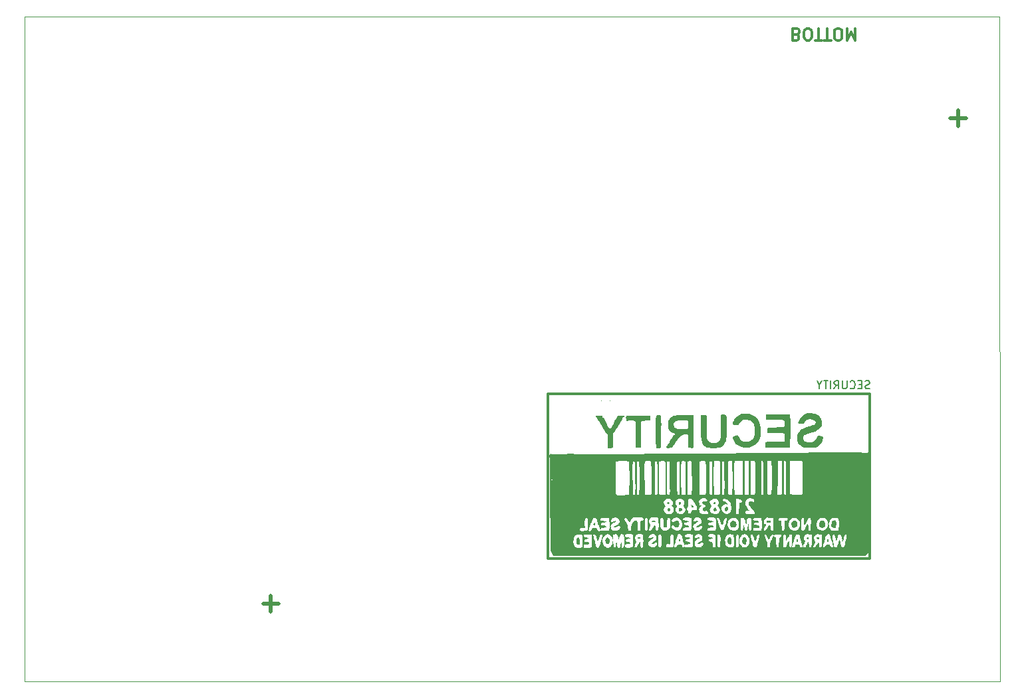
<source format=gbr>
%TF.GenerationSoftware,KiCad,Pcbnew,(6.0.1)*%
%TF.CreationDate,2022-09-20T17:47:08-03:00*%
%TF.ProjectId,HLI-M,484c492d-4d2e-46b6-9963-61645f706362,rev?*%
%TF.SameCoordinates,Original*%
%TF.FileFunction,Legend,Bot*%
%TF.FilePolarity,Positive*%
%FSLAX46Y46*%
G04 Gerber Fmt 4.6, Leading zero omitted, Abs format (unit mm)*
G04 Created by KiCad (PCBNEW (6.0.1)) date 2022-09-20 17:47:08*
%MOMM*%
%LPD*%
G01*
G04 APERTURE LIST*
%ADD10C,0.500000*%
%ADD11C,0.300000*%
%TA.AperFunction,Profile*%
%ADD12C,0.050000*%
%TD*%
%ADD13C,0.200000*%
G04 APERTURE END LIST*
D10*
X184896000Y-41757600D02*
X182896000Y-41757600D01*
X183896000Y-40757600D02*
X183896000Y-42757600D01*
X97391000Y-103675000D02*
X95391000Y-103675000D01*
D11*
X172675000Y-76875000D02*
X131675000Y-76875000D01*
X131675000Y-76875000D02*
X131675000Y-97875000D01*
X131675000Y-97875000D02*
X172675000Y-97875000D01*
X172675000Y-97875000D02*
X172675000Y-76875000D01*
D10*
X96375000Y-102675000D02*
X96375000Y-104675000D01*
D12*
X189204600Y-113538000D02*
X189179200Y-28854400D01*
X65030000Y-28825500D02*
X65030000Y-113534500D01*
X189179200Y-28854400D02*
X65030000Y-28825500D01*
X65030000Y-113534500D02*
X189204600Y-113538000D01*
D13*
X172627323Y-76197361D02*
X172484466Y-76244980D01*
X172246371Y-76244980D01*
X172151133Y-76197361D01*
X172103514Y-76149742D01*
X172055895Y-76054504D01*
X172055895Y-75959266D01*
X172103514Y-75864028D01*
X172151133Y-75816409D01*
X172246371Y-75768790D01*
X172436847Y-75721171D01*
X172532085Y-75673552D01*
X172579704Y-75625933D01*
X172627323Y-75530695D01*
X172627323Y-75435457D01*
X172579704Y-75340219D01*
X172532085Y-75292600D01*
X172436847Y-75244980D01*
X172198752Y-75244980D01*
X172055895Y-75292600D01*
X171627323Y-75721171D02*
X171293990Y-75721171D01*
X171151133Y-76244980D02*
X171627323Y-76244980D01*
X171627323Y-75244980D01*
X171151133Y-75244980D01*
X170151133Y-76149742D02*
X170198752Y-76197361D01*
X170341609Y-76244980D01*
X170436847Y-76244980D01*
X170579704Y-76197361D01*
X170674942Y-76102123D01*
X170722561Y-76006885D01*
X170770180Y-75816409D01*
X170770180Y-75673552D01*
X170722561Y-75483076D01*
X170674942Y-75387838D01*
X170579704Y-75292600D01*
X170436847Y-75244980D01*
X170341609Y-75244980D01*
X170198752Y-75292600D01*
X170151133Y-75340219D01*
X169722561Y-75244980D02*
X169722561Y-76054504D01*
X169674942Y-76149742D01*
X169627323Y-76197361D01*
X169532085Y-76244980D01*
X169341609Y-76244980D01*
X169246371Y-76197361D01*
X169198752Y-76149742D01*
X169151133Y-76054504D01*
X169151133Y-75244980D01*
X168103514Y-76244980D02*
X168436847Y-75768790D01*
X168674942Y-76244980D02*
X168674942Y-75244980D01*
X168293990Y-75244980D01*
X168198752Y-75292600D01*
X168151133Y-75340219D01*
X168103514Y-75435457D01*
X168103514Y-75578314D01*
X168151133Y-75673552D01*
X168198752Y-75721171D01*
X168293990Y-75768790D01*
X168674942Y-75768790D01*
X167674942Y-76244980D02*
X167674942Y-75244980D01*
X167341609Y-75244980D02*
X166770180Y-75244980D01*
X167055895Y-76244980D02*
X167055895Y-75244980D01*
X166246371Y-75768790D02*
X166246371Y-76244980D01*
X166579704Y-75244980D02*
X166246371Y-75768790D01*
X165913038Y-75244980D01*
D11*
X163335714Y-31107142D02*
X163550000Y-31035714D01*
X163621428Y-30964285D01*
X163692857Y-30821428D01*
X163692857Y-30607142D01*
X163621428Y-30464285D01*
X163550000Y-30392857D01*
X163407142Y-30321428D01*
X162835714Y-30321428D01*
X162835714Y-31821428D01*
X163335714Y-31821428D01*
X163478571Y-31750000D01*
X163550000Y-31678571D01*
X163621428Y-31535714D01*
X163621428Y-31392857D01*
X163550000Y-31250000D01*
X163478571Y-31178571D01*
X163335714Y-31107142D01*
X162835714Y-31107142D01*
X164621428Y-31821428D02*
X164907142Y-31821428D01*
X165050000Y-31750000D01*
X165192857Y-31607142D01*
X165264285Y-31321428D01*
X165264285Y-30821428D01*
X165192857Y-30535714D01*
X165050000Y-30392857D01*
X164907142Y-30321428D01*
X164621428Y-30321428D01*
X164478571Y-30392857D01*
X164335714Y-30535714D01*
X164264285Y-30821428D01*
X164264285Y-31321428D01*
X164335714Y-31607142D01*
X164478571Y-31750000D01*
X164621428Y-31821428D01*
X165692857Y-31821428D02*
X166550000Y-31821428D01*
X166121428Y-30321428D02*
X166121428Y-31821428D01*
X166835714Y-31821428D02*
X167692857Y-31821428D01*
X167264285Y-30321428D02*
X167264285Y-31821428D01*
X168478571Y-31821428D02*
X168764285Y-31821428D01*
X168907142Y-31750000D01*
X169050000Y-31607142D01*
X169121428Y-31321428D01*
X169121428Y-30821428D01*
X169050000Y-30535714D01*
X168907142Y-30392857D01*
X168764285Y-30321428D01*
X168478571Y-30321428D01*
X168335714Y-30392857D01*
X168192857Y-30535714D01*
X168121428Y-30821428D01*
X168121428Y-31321428D01*
X168192857Y-31607142D01*
X168335714Y-31750000D01*
X168478571Y-31821428D01*
X169764285Y-30321428D02*
X169764285Y-31821428D01*
X170264285Y-30750000D01*
X170764285Y-31821428D01*
X170764285Y-30321428D01*
%TO.C,G\u002A\u002A\u002A*%
G36*
X168325325Y-93080522D02*
G01*
X168355941Y-93156211D01*
X168370902Y-93314294D01*
X168369681Y-93559107D01*
X168368322Y-93601962D01*
X168360963Y-93786112D01*
X168349383Y-93898889D01*
X168327610Y-93958862D01*
X168289672Y-93984600D01*
X168229595Y-93994675D01*
X168211619Y-93996098D01*
X168075547Y-93978939D01*
X167933434Y-93926581D01*
X167818213Y-93854345D01*
X167762818Y-93777550D01*
X167759157Y-93731362D01*
X167762177Y-93604769D01*
X167775050Y-93448063D01*
X167788872Y-93349941D01*
X167833733Y-93203575D01*
X167909534Y-93109552D01*
X167932664Y-93092481D01*
X168071957Y-93034559D01*
X168215731Y-93029672D01*
X168325325Y-93080522D01*
G37*
G36*
X145594453Y-77731525D02*
G01*
X145571107Y-77754871D01*
X145547761Y-77731525D01*
X145571107Y-77708180D01*
X145594453Y-77731525D01*
G37*
G36*
X156852221Y-95225880D02*
G01*
X156932800Y-95345677D01*
X156966882Y-95477539D01*
X156979186Y-95726002D01*
X156934971Y-95959957D01*
X156893779Y-96053661D01*
X156832080Y-96095420D01*
X156716657Y-96095325D01*
X156685978Y-96092031D01*
X156558934Y-96048193D01*
X156468705Y-95941084D01*
X156456893Y-95920369D01*
X156397782Y-95777296D01*
X156389544Y-95630039D01*
X156429109Y-95439703D01*
X156431652Y-95430874D01*
X156507896Y-95285144D01*
X156617951Y-95199686D01*
X156739999Y-95178574D01*
X156852221Y-95225880D01*
G37*
G36*
X165786044Y-84387725D02*
G01*
X166339114Y-84383428D01*
X166596879Y-84381938D01*
X166908341Y-84380137D01*
X167402417Y-84378172D01*
X167485902Y-84377840D01*
X168063973Y-84376523D01*
X168124117Y-84376486D01*
X168634729Y-84376172D01*
X168768140Y-84376317D01*
X169190347Y-84376775D01*
X169723003Y-84378318D01*
X170224872Y-84380787D01*
X170688131Y-84384170D01*
X171104955Y-84388453D01*
X171467520Y-84393621D01*
X171768003Y-84399663D01*
X171998580Y-84406565D01*
X172151425Y-84414313D01*
X172218716Y-84422894D01*
X172264173Y-84440080D01*
X172341055Y-84447974D01*
X172388028Y-84399470D01*
X172421028Y-84362568D01*
X172506795Y-84353246D01*
X172512069Y-84356335D01*
X172522410Y-84371243D01*
X172531671Y-84401311D01*
X172539899Y-84451140D01*
X172547139Y-84525331D01*
X172553440Y-84628486D01*
X172558847Y-84765206D01*
X172563406Y-84940092D01*
X172567165Y-85157746D01*
X172570169Y-85422768D01*
X172572466Y-85739761D01*
X172574101Y-86113325D01*
X172575121Y-86548063D01*
X172575573Y-87048574D01*
X172575504Y-87619460D01*
X172574959Y-88265324D01*
X172573986Y-88990765D01*
X172572630Y-89800386D01*
X172570939Y-90698787D01*
X172570909Y-90713918D01*
X172569148Y-91607252D01*
X172567480Y-92412038D01*
X172565824Y-93133030D01*
X172564102Y-93774985D01*
X172562235Y-94342659D01*
X172560142Y-94840808D01*
X172557745Y-95274188D01*
X172554963Y-95647556D01*
X172551718Y-95965668D01*
X172547930Y-96233279D01*
X172543519Y-96455147D01*
X172538406Y-96636026D01*
X172532512Y-96780674D01*
X172525757Y-96893847D01*
X172518062Y-96980300D01*
X172509347Y-97044790D01*
X172499533Y-97092073D01*
X172488540Y-97126905D01*
X172476289Y-97154043D01*
X172462700Y-97178242D01*
X172454673Y-97191411D01*
X172342481Y-97331447D01*
X172210667Y-97446716D01*
X172054540Y-97551930D01*
X132389151Y-97551930D01*
X132269424Y-97409642D01*
X132227806Y-97352180D01*
X132142636Y-97195095D01*
X132076143Y-97024440D01*
X132068630Y-97000634D01*
X132059705Y-96973337D01*
X132051570Y-96945970D01*
X132044142Y-96914293D01*
X132037340Y-96874065D01*
X132031081Y-96821043D01*
X132025282Y-96750987D01*
X132019862Y-96659656D01*
X132014738Y-96542807D01*
X132009829Y-96396201D01*
X132005051Y-96215596D01*
X132000323Y-95996750D01*
X131995742Y-95745278D01*
X134909422Y-95745278D01*
X134960477Y-96021096D01*
X135074488Y-96258575D01*
X135247196Y-96438946D01*
X135317429Y-96487702D01*
X135419855Y-96538939D01*
X135530332Y-96553845D01*
X135690762Y-96542171D01*
X135782196Y-96528816D01*
X135928625Y-96489516D01*
X136011089Y-96440222D01*
X136014873Y-96434499D01*
X136038330Y-96347011D01*
X136050488Y-96238702D01*
X136233962Y-96238702D01*
X136248455Y-96374393D01*
X136267630Y-96429021D01*
X136336716Y-96511898D01*
X136423059Y-96555165D01*
X136495144Y-96537930D01*
X136547335Y-96520200D01*
X136669298Y-96509026D01*
X136828642Y-96510349D01*
X136967081Y-96512479D01*
X137105438Y-96503393D01*
X137183391Y-96483936D01*
X137213750Y-96420596D01*
X137237104Y-96277942D01*
X137251708Y-96071554D01*
X137256933Y-95816341D01*
X137252151Y-95527215D01*
X137236732Y-95219083D01*
X137218912Y-94953095D01*
X137455430Y-94953095D01*
X137472161Y-95068990D01*
X137514538Y-95245817D01*
X137584956Y-95497253D01*
X137588955Y-95511047D01*
X137651773Y-95736281D01*
X137703069Y-95935731D01*
X137737653Y-96088204D01*
X137750335Y-96172506D01*
X137773518Y-96271361D01*
X137840973Y-96390329D01*
X137928796Y-96485678D01*
X138012648Y-96524724D01*
X138091808Y-96503526D01*
X138198409Y-96407111D01*
X138283524Y-96250601D01*
X138333736Y-96053680D01*
X138348262Y-95962311D01*
X138386067Y-95788520D01*
X138420789Y-95676983D01*
X138637467Y-95676983D01*
X138639802Y-95805304D01*
X138657713Y-95949848D01*
X138703431Y-96070118D01*
X138788781Y-96207585D01*
X138800021Y-96223774D01*
X138975750Y-96414248D01*
X139163568Y-96515609D01*
X139353643Y-96529258D01*
X139536142Y-96456596D01*
X139701234Y-96299023D01*
X139839084Y-96057942D01*
X139891894Y-95903921D01*
X139923474Y-95607158D01*
X139865351Y-95318606D01*
X139719137Y-95051775D01*
X139715777Y-95047325D01*
X139614708Y-94920743D01*
X139573901Y-94885682D01*
X139998191Y-94885682D01*
X140001024Y-95678026D01*
X140002263Y-95930141D01*
X140005224Y-96150312D01*
X140011384Y-96302122D01*
X140022392Y-96399074D01*
X140039899Y-96454666D01*
X140065558Y-96482401D01*
X140101018Y-96495778D01*
X140163633Y-96503697D01*
X140268823Y-96460711D01*
X140330826Y-96343455D01*
X140343397Y-96160567D01*
X140340284Y-96097854D01*
X140341021Y-95964936D01*
X140351990Y-95884401D01*
X140378947Y-95841519D01*
X140424529Y-95829109D01*
X140442014Y-95882720D01*
X140441464Y-95964440D01*
X140459500Y-96114319D01*
X140492898Y-96272445D01*
X140534088Y-96405040D01*
X140575500Y-96478322D01*
X140642777Y-96507541D01*
X140756898Y-96506810D01*
X140777816Y-96500835D01*
X140839237Y-96462530D01*
X140876586Y-96381771D01*
X140903487Y-96233122D01*
X140917258Y-96143760D01*
X140946842Y-95993969D01*
X140974976Y-95894393D01*
X141012798Y-95801011D01*
X141023321Y-95894393D01*
X141025170Y-95912412D01*
X141034262Y-96032843D01*
X141042238Y-96179978D01*
X141050840Y-96302117D01*
X141079589Y-96439842D01*
X141132412Y-96506732D01*
X141216317Y-96516326D01*
X141262233Y-96503585D01*
X141318677Y-96443411D01*
X141353909Y-96314614D01*
X141362633Y-96245203D01*
X141373694Y-96069928D01*
X141380108Y-95845401D01*
X141381795Y-95599255D01*
X141378674Y-95359120D01*
X141370667Y-95152629D01*
X141357692Y-95007412D01*
X141355257Y-94991871D01*
X141352383Y-94983393D01*
X141473273Y-94983393D01*
X141517292Y-95081786D01*
X141646210Y-95151456D01*
X141862608Y-95194426D01*
X141955716Y-95208571D01*
X142095013Y-95251671D01*
X142147565Y-95303016D01*
X142115926Y-95352368D01*
X142002650Y-95389487D01*
X141810291Y-95404136D01*
X141762936Y-95405319D01*
X141644179Y-95431541D01*
X141576933Y-95501402D01*
X141554171Y-95590313D01*
X141597856Y-95686947D01*
X141712198Y-95753123D01*
X141884745Y-95777665D01*
X141912230Y-95777990D01*
X142049428Y-95797955D01*
X142110964Y-95851520D01*
X142140798Y-95956439D01*
X142120823Y-96020636D01*
X142035389Y-96050739D01*
X141870831Y-96058527D01*
X141755682Y-96061883D01*
X141623210Y-96074646D01*
X141550951Y-96093545D01*
X141521589Y-96121063D01*
X141477935Y-96230185D01*
X141482392Y-96357851D01*
X141536730Y-96458678D01*
X141584180Y-96486537D01*
X141723575Y-96520374D01*
X141905641Y-96533251D01*
X142099347Y-96525501D01*
X142273660Y-96497456D01*
X142397547Y-96449450D01*
X142438195Y-96420761D01*
X142469500Y-96385147D01*
X142469767Y-96384444D01*
X142706570Y-96384444D01*
X142721499Y-96456194D01*
X142780104Y-96488194D01*
X142886876Y-96479780D01*
X142999966Y-96390823D01*
X143117631Y-96216356D01*
X143243000Y-95952757D01*
X143303413Y-95835041D01*
X143362406Y-95783913D01*
X143407579Y-95821239D01*
X143436480Y-95944626D01*
X143446658Y-96151678D01*
X143458915Y-96298625D01*
X143504940Y-96436014D01*
X143575396Y-96507785D01*
X143659891Y-96504763D01*
X143748036Y-96417776D01*
X143768487Y-96377432D01*
X143791921Y-96285715D01*
X143806525Y-96145316D01*
X143813599Y-95941378D01*
X143813717Y-95901862D01*
X144473864Y-95901862D01*
X144484527Y-96046382D01*
X144556780Y-96253951D01*
X144698390Y-96399534D01*
X144910686Y-96484906D01*
X144986175Y-96496650D01*
X145194731Y-96470177D01*
X145331272Y-96386652D01*
X145734526Y-96386652D01*
X145849881Y-96439211D01*
X145907730Y-96461340D01*
X145981564Y-96454428D01*
X146060012Y-96379846D01*
X146097838Y-96328019D01*
X146113502Y-96289764D01*
X146715041Y-96289764D01*
X146733177Y-96391817D01*
X146807704Y-96454459D01*
X146864124Y-96467231D01*
X147011045Y-96481201D01*
X147186781Y-96483297D01*
X147360864Y-96474540D01*
X147502827Y-96455949D01*
X147582200Y-96428543D01*
X147586591Y-96424517D01*
X147611876Y-96377881D01*
X147616070Y-96356886D01*
X147772028Y-96356886D01*
X147785466Y-96395784D01*
X147809819Y-96425541D01*
X147858253Y-96466083D01*
X147917185Y-96470179D01*
X148011225Y-96420598D01*
X148016126Y-96417532D01*
X148098933Y-96341983D01*
X148125322Y-96269669D01*
X148131096Y-96232063D01*
X148200837Y-96168566D01*
X148326869Y-96122361D01*
X148485109Y-96104503D01*
X148491427Y-96104587D01*
X148624840Y-96143408D01*
X148728038Y-96234357D01*
X148769453Y-96350162D01*
X148776366Y-96381246D01*
X148839758Y-96442115D01*
X148933870Y-96466343D01*
X149014761Y-96438165D01*
X149058032Y-96413905D01*
X149155374Y-96437974D01*
X149166947Y-96443555D01*
X149287879Y-96473421D01*
X149458726Y-96488022D01*
X149650960Y-96488206D01*
X149836052Y-96474823D01*
X149985472Y-96448719D01*
X150070691Y-96410745D01*
X150080743Y-96399595D01*
X150108623Y-96347664D01*
X150127641Y-96262813D01*
X150139330Y-96129935D01*
X150145219Y-95933927D01*
X150145430Y-95898268D01*
X150334967Y-95898268D01*
X150358297Y-96073727D01*
X150416869Y-96242901D01*
X150498400Y-96362548D01*
X150516067Y-96376828D01*
X150634104Y-96432055D01*
X150786873Y-96463701D01*
X150949314Y-96471929D01*
X151096370Y-96456901D01*
X151202980Y-96418778D01*
X151244085Y-96357724D01*
X151250841Y-96324808D01*
X151310859Y-96262713D01*
X151351049Y-96235103D01*
X151412436Y-96134516D01*
X151441134Y-96008836D01*
X151423265Y-95902527D01*
X151375373Y-95852833D01*
X151275361Y-95824002D01*
X151176064Y-95846492D01*
X151117407Y-95918249D01*
X151066170Y-95992520D01*
X150964945Y-96042552D01*
X150847857Y-96056789D01*
X150747230Y-96031735D01*
X150695387Y-95963893D01*
X150707578Y-95922365D01*
X150779800Y-95855605D01*
X150887159Y-95800557D01*
X150996592Y-95777665D01*
X151020057Y-95774804D01*
X151057320Y-95741041D01*
X151057584Y-95738570D01*
X151098997Y-95689799D01*
X151189612Y-95626270D01*
X151241970Y-95592111D01*
X151305474Y-95522338D01*
X151334590Y-95419530D01*
X151341512Y-95253782D01*
X151328236Y-95161122D01*
X151275497Y-95032033D01*
X151261427Y-95013162D01*
X152047922Y-95013162D01*
X152079118Y-95085349D01*
X152182144Y-95136211D01*
X152367765Y-95175328D01*
X152378119Y-95176970D01*
X152535038Y-95205292D01*
X152617510Y-95233618D01*
X152642934Y-95272398D01*
X152628708Y-95332085D01*
X152567708Y-95384212D01*
X152422168Y-95404136D01*
X152286928Y-95418184D01*
X152170226Y-95482136D01*
X152131217Y-95597483D01*
X152131290Y-95604003D01*
X152153875Y-95681196D01*
X152230263Y-95725672D01*
X152380036Y-95749386D01*
X152437383Y-95755354D01*
X152549468Y-95781801D01*
X152611922Y-95839706D01*
X152638966Y-95949624D01*
X152644820Y-96132109D01*
X152647382Y-96283038D01*
X152660820Y-96386891D01*
X152692529Y-96442666D01*
X152749875Y-96474366D01*
X152827256Y-96490099D01*
X152933678Y-96444960D01*
X152952739Y-96424678D01*
X152978178Y-96373711D01*
X152994774Y-96290063D01*
X153003986Y-96158570D01*
X153007269Y-95964070D01*
X153007199Y-95948100D01*
X153259796Y-95948100D01*
X153265735Y-96187233D01*
X153280072Y-96341070D01*
X153303001Y-96413423D01*
X153305288Y-96416134D01*
X153403970Y-96475075D01*
X153505814Y-96453827D01*
X153579686Y-96358564D01*
X153592924Y-96301937D01*
X153608983Y-96167588D01*
X153622084Y-95986144D01*
X153631747Y-95777641D01*
X153637105Y-95576538D01*
X154212582Y-95576538D01*
X154235514Y-95822340D01*
X154305986Y-96105706D01*
X154375751Y-96257011D01*
X154502356Y-96381067D01*
X154689543Y-96454551D01*
X154950238Y-96485072D01*
X154976727Y-96485995D01*
X155134464Y-96483663D01*
X155229066Y-96460612D01*
X155286323Y-96411172D01*
X155291452Y-96403351D01*
X155317155Y-96325390D01*
X155333325Y-96188072D01*
X155340807Y-95980143D01*
X155340447Y-95690349D01*
X155338094Y-95486792D01*
X155335773Y-95351386D01*
X155607631Y-95351386D01*
X155610295Y-95645190D01*
X155615696Y-95899811D01*
X155621227Y-96129264D01*
X155627726Y-96288642D01*
X155637289Y-96390621D01*
X155652014Y-96447876D01*
X155673999Y-96473079D01*
X155705342Y-96478907D01*
X155748141Y-96478033D01*
X155828961Y-96459889D01*
X155909798Y-96391012D01*
X155924282Y-96329106D01*
X155937456Y-96189346D01*
X155946717Y-95996445D01*
X155951985Y-95771318D01*
X155952718Y-95625953D01*
X156053276Y-95625953D01*
X156054478Y-95693307D01*
X156088783Y-95934360D01*
X156181007Y-96140173D01*
X156345439Y-96345963D01*
X156452101Y-96445073D01*
X156555571Y-96492756D01*
X156693123Y-96501392D01*
X156831982Y-96483848D01*
X156958029Y-96426182D01*
X157082763Y-96313953D01*
X157227391Y-96132516D01*
X157236930Y-96119363D01*
X157314422Y-95991162D01*
X157349427Y-95863039D01*
X157355213Y-95688950D01*
X157351332Y-95569870D01*
X157335435Y-95393305D01*
X157306983Y-95294705D01*
X157263823Y-95264062D01*
X157246955Y-95259215D01*
X157220556Y-95203150D01*
X157209713Y-95169561D01*
X157150506Y-95076775D01*
X157056967Y-94963640D01*
X157007322Y-94911202D01*
X157472376Y-94911202D01*
X157482313Y-95004796D01*
X157510767Y-95155415D01*
X157552251Y-95340532D01*
X157601279Y-95537622D01*
X157652366Y-95724159D01*
X157700025Y-95877616D01*
X157738770Y-95975469D01*
X157766095Y-96057649D01*
X157782335Y-96185579D01*
X157808469Y-96324652D01*
X157893438Y-96436896D01*
X158023889Y-96478033D01*
X158035826Y-96477639D01*
X158156239Y-96436428D01*
X158254082Y-96348566D01*
X158294453Y-96244215D01*
X158306915Y-96158390D01*
X158337461Y-96037781D01*
X158371480Y-95922836D01*
X158421155Y-95753104D01*
X158475071Y-95567555D01*
X158524290Y-95385705D01*
X158570587Y-95191425D01*
X158599585Y-95042279D01*
X158608726Y-94978542D01*
X158610596Y-94935143D01*
X159248405Y-94935143D01*
X159254818Y-95038432D01*
X159308969Y-95198302D01*
X159411708Y-95426073D01*
X159431406Y-95467569D01*
X159531071Y-95700774D01*
X159585613Y-95885299D01*
X159602443Y-96045204D01*
X159609763Y-96241220D01*
X159636472Y-96381868D01*
X159687812Y-96456263D01*
X159769028Y-96478033D01*
X159827090Y-96469904D01*
X159911846Y-96403310D01*
X159960062Y-96263265D01*
X159975335Y-96042169D01*
X159979318Y-95937737D01*
X160004951Y-95790782D01*
X160062687Y-95629383D01*
X160162100Y-95421732D01*
X160277284Y-95176797D01*
X160336588Y-94999534D01*
X160337285Y-94979921D01*
X160404415Y-94979921D01*
X160418190Y-95075057D01*
X160464583Y-95142554D01*
X160579499Y-95170680D01*
X160664451Y-95180724D01*
X160709683Y-95230076D01*
X160733105Y-95345772D01*
X160736695Y-95378317D01*
X160744660Y-95553088D01*
X160739667Y-95730974D01*
X160735860Y-95817230D01*
X160738051Y-96014262D01*
X160750918Y-96209558D01*
X160764908Y-96329117D01*
X160787622Y-96426510D01*
X160824800Y-96468817D01*
X160887642Y-96478033D01*
X160962364Y-96465802D01*
X161034804Y-96419669D01*
X161050982Y-96354928D01*
X161068125Y-96216376D01*
X161083787Y-96025255D01*
X161095923Y-95802220D01*
X161099876Y-95712468D01*
X161609526Y-95712468D01*
X161609684Y-95898461D01*
X161611448Y-96120069D01*
X161616813Y-96272054D01*
X161627765Y-96368879D01*
X161646290Y-96425004D01*
X161674376Y-96454891D01*
X161714008Y-96473001D01*
X161774025Y-96488563D01*
X161862235Y-96475224D01*
X161946834Y-96404402D01*
X162038531Y-96265616D01*
X162148038Y-96048389D01*
X162179168Y-95983032D01*
X162258367Y-95825491D01*
X162322252Y-95710477D01*
X162359267Y-95659280D01*
X162368295Y-95663593D01*
X162387094Y-95732142D01*
X162402936Y-95865589D01*
X162413107Y-96044522D01*
X162419460Y-96208973D01*
X162430211Y-96344620D01*
X162448994Y-96420748D01*
X162481045Y-96456145D01*
X162531602Y-96469597D01*
X162614675Y-96459832D01*
X162677483Y-96376215D01*
X162682570Y-96357731D01*
X162685595Y-96336216D01*
X162746791Y-96336216D01*
X162776655Y-96432248D01*
X162861863Y-96500681D01*
X162872022Y-96503245D01*
X162951786Y-96477886D01*
X163043230Y-96402518D01*
X163118589Y-96304879D01*
X163150103Y-96212705D01*
X163181518Y-96161002D01*
X163287616Y-96126468D01*
X163477173Y-96109744D01*
X163481232Y-96109599D01*
X163590991Y-96117429D01*
X163663465Y-96166027D01*
X163733975Y-96278618D01*
X163777749Y-96349194D01*
X163875097Y-96446303D01*
X163969158Y-96474014D01*
X164042830Y-96424263D01*
X164055986Y-96397903D01*
X164058142Y-96377586D01*
X164179629Y-96377586D01*
X164207274Y-96454101D01*
X164288552Y-96478033D01*
X164331558Y-96475350D01*
X164405111Y-96448387D01*
X164473696Y-96379982D01*
X164550303Y-96254956D01*
X164647920Y-96058134D01*
X164719436Y-95918871D01*
X164783077Y-95816691D01*
X164823125Y-95777665D01*
X164828342Y-95778672D01*
X164863082Y-95833279D01*
X164893614Y-95954441D01*
X164915446Y-96118785D01*
X164924086Y-96302941D01*
X164929342Y-96401514D01*
X164957873Y-96463172D01*
X165024507Y-96478033D01*
X165092375Y-96463447D01*
X165186442Y-96396323D01*
X165194217Y-96382037D01*
X165486959Y-96382037D01*
X165517110Y-96455312D01*
X165600415Y-96478033D01*
X165602295Y-96478025D01*
X165667688Y-96463435D01*
X165731382Y-96410537D01*
X165806991Y-96303839D01*
X165908128Y-96127849D01*
X165943656Y-96064336D01*
X166031564Y-95917766D01*
X166101476Y-95815863D01*
X166140745Y-95777665D01*
X166143497Y-95778429D01*
X166164750Y-95831575D01*
X166183118Y-95951894D01*
X166194889Y-96116176D01*
X166199136Y-96213500D01*
X166209802Y-96349663D01*
X166230038Y-96423715D01*
X166267924Y-96456518D01*
X166331543Y-96468934D01*
X166367050Y-96471553D01*
X166448567Y-96446724D01*
X166491979Y-96366785D01*
X166674201Y-96366785D01*
X166676506Y-96432938D01*
X166717556Y-96472905D01*
X166809787Y-96479907D01*
X166912262Y-96420211D01*
X167002448Y-96302815D01*
X167043757Y-96229427D01*
X167103459Y-96160572D01*
X167186923Y-96132924D01*
X167328918Y-96127849D01*
X167432875Y-96129547D01*
X167529609Y-96146928D01*
X167588992Y-96198558D01*
X167644361Y-96302941D01*
X167691086Y-96383436D01*
X167784616Y-96466800D01*
X167878505Y-96469568D01*
X167957883Y-96387720D01*
X167987185Y-96324413D01*
X168002540Y-96231900D01*
X167959526Y-96197886D01*
X167929036Y-96169803D01*
X167912835Y-96082886D01*
X167907555Y-96030916D01*
X167874842Y-95893049D01*
X167822141Y-95737795D01*
X167789416Y-95647321D01*
X167759124Y-95535415D01*
X167758758Y-95480394D01*
X167766125Y-95459512D01*
X167739511Y-95393591D01*
X167720482Y-95361130D01*
X167674614Y-95250367D01*
X167627802Y-95106112D01*
X167609921Y-95049731D01*
X167540436Y-94920501D01*
X167880890Y-94920501D01*
X167881068Y-95003732D01*
X167898863Y-95155521D01*
X167931456Y-95355807D01*
X167976033Y-95584526D01*
X167980098Y-95603941D01*
X168026787Y-95837080D01*
X168064847Y-96045113D01*
X168090456Y-96206011D01*
X168099790Y-96297744D01*
X168107452Y-96367630D01*
X168154867Y-96420836D01*
X168269100Y-96452747D01*
X168293315Y-96456831D01*
X168409861Y-96463327D01*
X168477522Y-96445625D01*
X168493812Y-96415883D01*
X168534110Y-96309284D01*
X168586638Y-96147607D01*
X168644215Y-95952111D01*
X168683406Y-95818079D01*
X168736852Y-95652685D01*
X168779980Y-95539484D01*
X168806013Y-95497518D01*
X168826564Y-95525218D01*
X168859780Y-95622627D01*
X168893763Y-95765992D01*
X168939718Y-95983395D01*
X168990913Y-96182088D01*
X169040656Y-96313953D01*
X169094620Y-96393317D01*
X169158477Y-96434507D01*
X169238871Y-96454544D01*
X169329841Y-96450941D01*
X169363122Y-96422559D01*
X169421833Y-96310627D01*
X169479991Y-96132600D01*
X169532475Y-95905350D01*
X169574166Y-95645754D01*
X169575506Y-95635609D01*
X169597040Y-95517487D01*
X169620256Y-95445661D01*
X169647689Y-95367888D01*
X169673203Y-95236042D01*
X169690855Y-95088435D01*
X169696454Y-94960693D01*
X169685808Y-94888444D01*
X169683778Y-94885336D01*
X169612878Y-94849687D01*
X169521686Y-94870074D01*
X169454232Y-94937224D01*
X169423298Y-95001106D01*
X169367518Y-95111682D01*
X169356230Y-95138094D01*
X169325787Y-95268183D01*
X169313570Y-95421852D01*
X169312806Y-95465699D01*
X169292031Y-95597287D01*
X169239715Y-95655942D01*
X169222439Y-95662480D01*
X169152432Y-95679017D01*
X169128027Y-95642274D01*
X169132019Y-95532536D01*
X169125056Y-95399000D01*
X169088905Y-95278804D01*
X169052956Y-95180190D01*
X169033423Y-95041170D01*
X169031338Y-95009803D01*
X168980651Y-94899710D01*
X168883436Y-94836405D01*
X168768140Y-94824386D01*
X168663211Y-94868149D01*
X168597096Y-94972193D01*
X168584086Y-95023466D01*
X168553543Y-95152882D01*
X168517887Y-95310753D01*
X168491112Y-95426863D01*
X168447399Y-95582034D01*
X168409934Y-95654402D01*
X168374365Y-95650332D01*
X168336339Y-95576188D01*
X168302971Y-95462986D01*
X168285661Y-95342732D01*
X168284427Y-95320768D01*
X168261942Y-95197678D01*
X168220293Y-95053952D01*
X168188362Y-94973260D01*
X168124514Y-94885302D01*
X168033966Y-94852387D01*
X167950944Y-94855744D01*
X167882195Y-94916050D01*
X167880890Y-94920501D01*
X167540436Y-94920501D01*
X167522399Y-94886955D01*
X167402417Y-94809422D01*
X167245681Y-94813847D01*
X167185704Y-94841593D01*
X167131532Y-94905975D01*
X167076157Y-95024357D01*
X167008782Y-95215018D01*
X166991174Y-95269173D01*
X166937379Y-95447040D01*
X166899777Y-95590761D01*
X166885629Y-95673315D01*
X166880141Y-95721614D01*
X166844107Y-95803345D01*
X166821333Y-95839675D01*
X166777463Y-95949349D01*
X166732862Y-96094251D01*
X166695714Y-96243643D01*
X166674201Y-96366785D01*
X166491979Y-96366785D01*
X166499896Y-96352206D01*
X166517248Y-96269395D01*
X166533483Y-96113916D01*
X166545394Y-95913322D01*
X166552784Y-95687373D01*
X166555451Y-95455830D01*
X166553196Y-95238453D01*
X166545819Y-95055001D01*
X166533121Y-94925236D01*
X166514900Y-94868918D01*
X166449007Y-94850418D01*
X166317459Y-94829902D01*
X166150316Y-94812425D01*
X166086208Y-94807287D01*
X165939457Y-94800602D01*
X165844217Y-94813860D01*
X165769254Y-94855077D01*
X165683331Y-94932270D01*
X165586803Y-95040114D01*
X165542653Y-95147288D01*
X165533070Y-95299487D01*
X165540933Y-95404292D01*
X165575899Y-95549028D01*
X165629333Y-95651991D01*
X165690752Y-95687392D01*
X165739713Y-95684283D01*
X165740373Y-95684458D01*
X165730400Y-95727557D01*
X165688446Y-95831867D01*
X165623021Y-95976102D01*
X165587498Y-96053153D01*
X165510306Y-96250540D01*
X165486959Y-96382037D01*
X165194217Y-96382037D01*
X165200269Y-96370918D01*
X165222661Y-96278691D01*
X165237873Y-96123823D01*
X165246704Y-95896107D01*
X165249953Y-95585337D01*
X165251438Y-94856060D01*
X165076346Y-94827119D01*
X164999588Y-94815101D01*
X164772683Y-94793155D01*
X164606315Y-94807616D01*
X164478972Y-94862593D01*
X164369142Y-94962194D01*
X164326545Y-95017119D01*
X164246062Y-95193479D01*
X164230693Y-95374119D01*
X164279621Y-95534534D01*
X164392032Y-95650221D01*
X164405608Y-95661628D01*
X164416021Y-95714383D01*
X164387216Y-95813886D01*
X164315216Y-95977060D01*
X164286746Y-96038496D01*
X164205994Y-96241410D01*
X164179629Y-96377586D01*
X164058142Y-96377586D01*
X164071215Y-96254414D01*
X164032857Y-96051435D01*
X163942844Y-95801011D01*
X163898483Y-95677460D01*
X163872830Y-95567555D01*
X163867035Y-95533483D01*
X163834956Y-95410450D01*
X163787269Y-95264062D01*
X163765603Y-95200283D01*
X163726934Y-95064482D01*
X163711309Y-94973885D01*
X163707575Y-94946316D01*
X163645267Y-94864026D01*
X163528517Y-94817307D01*
X163386383Y-94819927D01*
X163353750Y-94828646D01*
X163280885Y-94871421D01*
X163221697Y-94959186D01*
X163158482Y-95114855D01*
X163117581Y-95232778D01*
X163064791Y-95398690D01*
X163031454Y-95520864D01*
X163020878Y-95564734D01*
X162977254Y-95716928D01*
X162920317Y-95892073D01*
X162859915Y-96062017D01*
X162805898Y-96198603D01*
X162768114Y-96273677D01*
X162746791Y-96336216D01*
X162685595Y-96336216D01*
X162697926Y-96248509D01*
X162712851Y-96075315D01*
X162726396Y-95860164D01*
X162737609Y-95625069D01*
X162745539Y-95392047D01*
X162749237Y-95183110D01*
X162747750Y-95020273D01*
X162740129Y-94925551D01*
X162705751Y-94871325D01*
X162593854Y-94843841D01*
X162508719Y-94854551D01*
X162435303Y-94896038D01*
X162362017Y-94982217D01*
X162277035Y-95127002D01*
X162168532Y-95344308D01*
X162146184Y-95390206D01*
X162069661Y-95538782D01*
X162009363Y-95643067D01*
X161976759Y-95682819D01*
X161965353Y-95645011D01*
X161963063Y-95537613D01*
X161971157Y-95384807D01*
X161981069Y-95175987D01*
X161967053Y-94987854D01*
X161922259Y-94878943D01*
X161845427Y-94843841D01*
X161797643Y-94846224D01*
X161726492Y-94868088D01*
X161675635Y-94922848D01*
X161641791Y-95022585D01*
X161621679Y-95179380D01*
X161612017Y-95405314D01*
X161609526Y-95712468D01*
X161099876Y-95712468D01*
X161103399Y-95632461D01*
X161114481Y-95448824D01*
X161128980Y-95329714D01*
X161150661Y-95257955D01*
X161183289Y-95216370D01*
X161230631Y-95187785D01*
X161311015Y-95137871D01*
X161381663Y-95069847D01*
X161399286Y-95033676D01*
X161422046Y-94925551D01*
X161416766Y-94894901D01*
X161384909Y-94868145D01*
X161309486Y-94852680D01*
X161173904Y-94845560D01*
X160961567Y-94843841D01*
X160956261Y-94843843D01*
X160706011Y-94850234D01*
X160537702Y-94872030D01*
X160440711Y-94913753D01*
X160404415Y-94979921D01*
X160337285Y-94979921D01*
X160340630Y-94885845D01*
X160290500Y-94830696D01*
X160277757Y-94826721D01*
X160175603Y-94841252D01*
X160076330Y-94942517D01*
X159976535Y-95133798D01*
X159930188Y-95237929D01*
X159866861Y-95366687D01*
X159822002Y-95441795D01*
X159808791Y-95456078D01*
X159783132Y-95463481D01*
X159751820Y-95433139D01*
X159707457Y-95352867D01*
X159642648Y-95210483D01*
X159549994Y-94993805D01*
X159520971Y-94932564D01*
X159458279Y-94863293D01*
X159368749Y-94853731D01*
X159288880Y-94877111D01*
X159248405Y-94935143D01*
X158610596Y-94935143D01*
X158612681Y-94886745D01*
X158583563Y-94850327D01*
X158509866Y-94843841D01*
X158456950Y-94854214D01*
X158354341Y-94931018D01*
X158277808Y-95058884D01*
X158247761Y-95209350D01*
X158245873Y-95241822D01*
X158216000Y-95368231D01*
X158161483Y-95497102D01*
X158097499Y-95597276D01*
X158039219Y-95637591D01*
X158031683Y-95636640D01*
X157977478Y-95583530D01*
X157926843Y-95468745D01*
X157889330Y-95319748D01*
X157874492Y-95164002D01*
X157856729Y-95075684D01*
X157804195Y-95013721D01*
X157771933Y-94993251D01*
X157734158Y-94915344D01*
X157711426Y-94873470D01*
X157634059Y-94845320D01*
X157541375Y-94850932D01*
X157475337Y-94893800D01*
X157472376Y-94911202D01*
X157007322Y-94911202D01*
X156988209Y-94891014D01*
X156901955Y-94822462D01*
X156812914Y-94800344D01*
X156682726Y-94808787D01*
X156560817Y-94832305D01*
X156426174Y-94896651D01*
X156298358Y-95014199D01*
X156155492Y-95201233D01*
X156108265Y-95282251D01*
X156065549Y-95427058D01*
X156053276Y-95625953D01*
X155952718Y-95625953D01*
X155953178Y-95534883D01*
X155950216Y-95308056D01*
X155943017Y-95111754D01*
X155931501Y-94966894D01*
X155915588Y-94894392D01*
X155868847Y-94861234D01*
X155769578Y-94851429D01*
X155731382Y-94861253D01*
X155675370Y-94905507D01*
X155637711Y-94993786D01*
X155615951Y-95138332D01*
X155607631Y-95351386D01*
X155335773Y-95351386D01*
X155333934Y-95244053D01*
X155325670Y-95072814D01*
X155309426Y-94959857D01*
X155281326Y-94891965D01*
X155237494Y-94855921D01*
X155174054Y-94838506D01*
X155087130Y-94826505D01*
X155031117Y-94819264D01*
X154879669Y-94803455D01*
X154770275Y-94797150D01*
X154690465Y-94819906D01*
X154573048Y-94888247D01*
X154454375Y-94980486D01*
X154362556Y-95074444D01*
X154325703Y-95147939D01*
X154306749Y-95225387D01*
X154258962Y-95335340D01*
X154238263Y-95385858D01*
X154212582Y-95576538D01*
X153637105Y-95576538D01*
X153637489Y-95562118D01*
X153638829Y-95359612D01*
X153635284Y-95190161D01*
X153626374Y-95073802D01*
X153611615Y-95030574D01*
X153593797Y-95017584D01*
X153588270Y-94948897D01*
X153589019Y-94913794D01*
X153549347Y-94876933D01*
X153438570Y-94867187D01*
X153275151Y-94867187D01*
X153262265Y-95608000D01*
X153262062Y-95619859D01*
X153259796Y-95948100D01*
X153007199Y-95948100D01*
X153006080Y-95691399D01*
X153004990Y-95591722D01*
X153000966Y-95352346D01*
X152995615Y-95149745D01*
X152989502Y-95002788D01*
X152983196Y-94930343D01*
X152981579Y-94923692D01*
X152940176Y-94864134D01*
X152845854Y-94825477D01*
X152685345Y-94804452D01*
X152445382Y-94797788D01*
X152417195Y-94797762D01*
X152258043Y-94801274D01*
X152164369Y-94816826D01*
X152111673Y-94852192D01*
X152075453Y-94915145D01*
X152047922Y-95013162D01*
X151261427Y-95013162D01*
X151200330Y-94931217D01*
X151121987Y-94890533D01*
X151094736Y-94886158D01*
X151057320Y-94843841D01*
X151048289Y-94830242D01*
X150974212Y-94806533D01*
X150849814Y-94797150D01*
X150814696Y-94798110D01*
X150612571Y-94847429D01*
X150461553Y-94963487D01*
X150377104Y-95135226D01*
X150370139Y-95209345D01*
X150410876Y-95286267D01*
X150506671Y-95299268D01*
X150645182Y-95243370D01*
X150722050Y-95208345D01*
X150835758Y-95185469D01*
X150929828Y-95193239D01*
X150980457Y-95228356D01*
X150963842Y-95287523D01*
X150914957Y-95330539D01*
X150807975Y-95385216D01*
X150800696Y-95387567D01*
X150657289Y-95460709D01*
X150514215Y-95573134D01*
X150399733Y-95698941D01*
X150342103Y-95812227D01*
X150334967Y-95898268D01*
X150145430Y-95898268D01*
X150146842Y-95659681D01*
X150146662Y-95565428D01*
X150144556Y-95329920D01*
X150140460Y-95132574D01*
X150134841Y-94991796D01*
X150128168Y-94925993D01*
X150113569Y-94891525D01*
X150066101Y-94844497D01*
X149977519Y-94816060D01*
X149830459Y-94801940D01*
X149607559Y-94797865D01*
X149448898Y-94800041D01*
X149272606Y-94815875D01*
X149164863Y-94852255D01*
X149110987Y-94915305D01*
X149096291Y-95011153D01*
X149103950Y-95059049D01*
X149163405Y-95123160D01*
X149291323Y-95158656D01*
X149499122Y-95170042D01*
X149625672Y-95185383D01*
X149734229Y-95230356D01*
X149788416Y-95291869D01*
X149768999Y-95356622D01*
X149743025Y-95370935D01*
X149640270Y-95396505D01*
X149498265Y-95413007D01*
X149365672Y-95427785D01*
X149277560Y-95461974D01*
X149234071Y-95525033D01*
X149221052Y-95569010D01*
X149232019Y-95667940D01*
X149320260Y-95726204D01*
X149491113Y-95748441D01*
X149515694Y-95749429D01*
X149686620Y-95784719D01*
X149777477Y-95867670D01*
X149788032Y-95998086D01*
X149783524Y-96013468D01*
X149742570Y-96052156D01*
X149647195Y-96073889D01*
X149478022Y-96084040D01*
X149336209Y-96093922D01*
X149202115Y-96116318D01*
X149130267Y-96145233D01*
X149065474Y-96192379D01*
X149018265Y-96170097D01*
X149002908Y-96060568D01*
X148990949Y-95958042D01*
X148960280Y-95896904D01*
X148952463Y-95888899D01*
X148919001Y-95812156D01*
X148883539Y-95685870D01*
X148854513Y-95543650D01*
X148840357Y-95419104D01*
X148838877Y-95405013D01*
X148803875Y-95329612D01*
X148783885Y-95293198D01*
X148766040Y-95197916D01*
X148750513Y-95110990D01*
X148685889Y-94972266D01*
X148592286Y-94859232D01*
X148492702Y-94804953D01*
X148451990Y-94800601D01*
X148309812Y-94810288D01*
X148203970Y-94853453D01*
X148162467Y-94920311D01*
X148151927Y-94987644D01*
X148118572Y-95120251D01*
X148070327Y-95281278D01*
X148064653Y-95298909D01*
X147958588Y-95629891D01*
X147878869Y-95883949D01*
X147822926Y-96072380D01*
X147788186Y-96206482D01*
X147772077Y-96297552D01*
X147772028Y-96356886D01*
X147616070Y-96356886D01*
X147629671Y-96288797D01*
X147641050Y-96144545D01*
X147647090Y-95932404D01*
X147648864Y-95639656D01*
X147648205Y-95488956D01*
X147644297Y-95253751D01*
X147637464Y-95061903D01*
X147628384Y-94930084D01*
X147617737Y-94874969D01*
X147575541Y-94851896D01*
X147471163Y-94843418D01*
X147365044Y-94867460D01*
X147303676Y-94917697D01*
X147293901Y-94975739D01*
X147284284Y-95112098D01*
X147277746Y-95300818D01*
X147275335Y-95519687D01*
X147273795Y-95738847D01*
X147264734Y-95913275D01*
X147242103Y-96020078D01*
X147199872Y-96072973D01*
X147132008Y-96085677D01*
X147032479Y-96071906D01*
X147012423Y-96068563D01*
X146859175Y-96081038D01*
X146754065Y-96158878D01*
X146715041Y-96289764D01*
X146113502Y-96289764D01*
X146126752Y-96257405D01*
X146142018Y-96156026D01*
X146146507Y-96003055D01*
X146143095Y-95777665D01*
X146136597Y-95526741D01*
X146127825Y-95282400D01*
X146116725Y-95107789D01*
X146101444Y-94989697D01*
X146080131Y-94914911D01*
X146050933Y-94870220D01*
X146011999Y-94842410D01*
X145949722Y-94819856D01*
X145827908Y-94843841D01*
X145810748Y-94853932D01*
X145780432Y-94883364D01*
X145759409Y-94934268D01*
X145745993Y-95021026D01*
X145738498Y-95158020D01*
X145735238Y-95359629D01*
X145734526Y-95640235D01*
X145734526Y-96386652D01*
X145331272Y-96386652D01*
X145380579Y-96356490D01*
X145536089Y-96159559D01*
X145576977Y-96080745D01*
X145586890Y-96000159D01*
X145544021Y-95906066D01*
X145522638Y-95877078D01*
X145426747Y-95827509D01*
X145321028Y-95845943D01*
X145243668Y-95929411D01*
X145184159Y-95999356D01*
X145082365Y-96046551D01*
X144972066Y-96059340D01*
X144883622Y-96034656D01*
X144847394Y-95969433D01*
X144854620Y-95931810D01*
X144921137Y-95856810D01*
X145067471Y-95778066D01*
X145174570Y-95727072D01*
X145327428Y-95636112D01*
X145416412Y-95555361D01*
X145429171Y-95494504D01*
X145424175Y-95479972D01*
X145453617Y-95427952D01*
X145481829Y-95397399D01*
X145501236Y-95295385D01*
X145480337Y-95163519D01*
X145429121Y-95031974D01*
X145357577Y-94930922D01*
X145275694Y-94890533D01*
X145259254Y-94887487D01*
X145210472Y-94835834D01*
X145169482Y-94805335D01*
X145063545Y-94789594D01*
X144925878Y-94795168D01*
X144788384Y-94820380D01*
X144682966Y-94863554D01*
X144588228Y-94955581D01*
X144519530Y-95076686D01*
X144490948Y-95194488D01*
X144515261Y-95277444D01*
X144555438Y-95300917D01*
X144642174Y-95298334D01*
X144787622Y-95254116D01*
X144850502Y-95233654D01*
X144987150Y-95205746D01*
X145072135Y-95213422D01*
X145088371Y-95223634D01*
X145103741Y-95248033D01*
X145082911Y-95283301D01*
X145015125Y-95339077D01*
X144889623Y-95424998D01*
X144695647Y-95550703D01*
X144583501Y-95626170D01*
X144509453Y-95697272D01*
X144479477Y-95778768D01*
X144473864Y-95901862D01*
X143813717Y-95901862D01*
X143814443Y-95659045D01*
X143813887Y-95587119D01*
X143809876Y-95351816D01*
X143803227Y-95152258D01*
X143794720Y-95007656D01*
X143785135Y-94937224D01*
X143779188Y-94922081D01*
X143736232Y-94859068D01*
X143659797Y-94821392D01*
X143530010Y-94803006D01*
X143326993Y-94797865D01*
X143291909Y-94797845D01*
X143126687Y-94802231D01*
X143020221Y-94820706D01*
X142942874Y-94862076D01*
X142865005Y-94935151D01*
X142818979Y-94985305D01*
X142764987Y-95068612D01*
X142749364Y-95165499D01*
X142761446Y-95315083D01*
X142775431Y-95401163D01*
X142816043Y-95546305D01*
X142864806Y-95639567D01*
X142888254Y-95667312D01*
X142912767Y-95723441D01*
X142898079Y-95798736D01*
X142841631Y-95924712D01*
X142818300Y-95976057D01*
X142755101Y-96146278D01*
X142716782Y-96295944D01*
X142706570Y-96384444D01*
X142469767Y-96384444D01*
X142490539Y-96329816D01*
X142503353Y-96240035D01*
X142509980Y-96101070D01*
X142512461Y-95898188D01*
X142512835Y-95616658D01*
X142512027Y-95444658D01*
X142508003Y-95207836D01*
X142501176Y-95015244D01*
X142492196Y-94883263D01*
X142481707Y-94828278D01*
X142455687Y-94819787D01*
X142351317Y-94808128D01*
X142188826Y-94800124D01*
X141989946Y-94797150D01*
X141962166Y-94797160D01*
X141759800Y-94798886D01*
X141630029Y-94806329D01*
X141554155Y-94823415D01*
X141513477Y-94854065D01*
X141489296Y-94902205D01*
X141473273Y-94983393D01*
X141352383Y-94983393D01*
X141315035Y-94873227D01*
X141230664Y-94814297D01*
X141079272Y-94797865D01*
X141010271Y-94801935D01*
X140925105Y-94842726D01*
X140859921Y-94948897D01*
X140800783Y-95097442D01*
X140752675Y-95252608D01*
X140713425Y-95368428D01*
X140670966Y-95409519D01*
X140636516Y-95360403D01*
X140617223Y-95222660D01*
X140612961Y-95167858D01*
X140592365Y-95049674D01*
X140564172Y-94989204D01*
X140538512Y-94963444D01*
X140491501Y-94878860D01*
X140488527Y-94871705D01*
X140413590Y-94811365D01*
X140281683Y-94800546D01*
X140114618Y-94841416D01*
X139998191Y-94885682D01*
X139573901Y-94885682D01*
X139533687Y-94851130D01*
X139440232Y-94819385D01*
X139301861Y-94806407D01*
X139198265Y-94802200D01*
X139088331Y-94814056D01*
X139005257Y-94862433D01*
X138908897Y-94963364D01*
X138784728Y-95116537D01*
X138693248Y-95277486D01*
X138648995Y-95451591D01*
X138637467Y-95676983D01*
X138420789Y-95676983D01*
X138427265Y-95656182D01*
X138434985Y-95636520D01*
X138482778Y-95482842D01*
X138519529Y-95317915D01*
X138528237Y-95272505D01*
X138561081Y-95157044D01*
X138594839Y-95098132D01*
X138633368Y-95056875D01*
X138639870Y-94970171D01*
X138594353Y-94882376D01*
X138514475Y-94821634D01*
X138417892Y-94816090D01*
X138371554Y-94846928D01*
X138294224Y-94947805D01*
X138227763Y-95082490D01*
X138191804Y-95216239D01*
X138186743Y-95247896D01*
X138156426Y-95357444D01*
X138140610Y-95405889D01*
X138114286Y-95520864D01*
X138110628Y-95539600D01*
X138074523Y-95601005D01*
X138020914Y-95591464D01*
X137960449Y-95525909D01*
X137903778Y-95419271D01*
X137861552Y-95286484D01*
X137844420Y-95142479D01*
X137843360Y-95129321D01*
X137804910Y-95032343D01*
X137729806Y-94923167D01*
X137643518Y-94834026D01*
X137571517Y-94797150D01*
X137541658Y-94806461D01*
X137473945Y-94862660D01*
X137461955Y-94884458D01*
X137455430Y-94953095D01*
X137218912Y-94953095D01*
X137213386Y-94870611D01*
X137060429Y-94839530D01*
X136964011Y-94828478D01*
X136796446Y-94821453D01*
X136604008Y-94820704D01*
X136423378Y-94826292D01*
X136291236Y-94838277D01*
X136287000Y-94840141D01*
X136265128Y-94896927D01*
X136256217Y-95006371D01*
X136259855Y-95077972D01*
X136285764Y-95147095D01*
X136351967Y-95188969D01*
X136476159Y-95212952D01*
X136676035Y-95228403D01*
X136763329Y-95236520D01*
X136863230Y-95266335D01*
X136901242Y-95322426D01*
X136902262Y-95328302D01*
X136893302Y-95376053D01*
X136832844Y-95398520D01*
X136700137Y-95404136D01*
X136641750Y-95405214D01*
X136450421Y-95433507D01*
X136339016Y-95502003D01*
X136302908Y-95613133D01*
X136303034Y-95629204D01*
X136314030Y-95705676D01*
X136357295Y-95749616D01*
X136453201Y-95771888D01*
X136622119Y-95783353D01*
X136678330Y-95786385D01*
X136800483Y-95802259D01*
X136863216Y-95836481D01*
X136892162Y-95900139D01*
X136894916Y-95911539D01*
X136901625Y-96008741D01*
X136857328Y-96067623D01*
X136748190Y-96096703D01*
X136560378Y-96104503D01*
X136503642Y-96104921D01*
X136345947Y-96117471D01*
X136261257Y-96157563D01*
X136233962Y-96238702D01*
X136050488Y-96238702D01*
X136055750Y-96191821D01*
X136067147Y-95989041D01*
X136072538Y-95758783D01*
X136071937Y-95521160D01*
X136065360Y-95296283D01*
X136052821Y-95104264D01*
X136034337Y-94965217D01*
X136009921Y-94899251D01*
X135973710Y-94879918D01*
X135858494Y-94845249D01*
X135708625Y-94817774D01*
X135677057Y-94813758D01*
X135524557Y-94805841D01*
X135402428Y-94833634D01*
X135259200Y-94907400D01*
X135149529Y-94980055D01*
X135047444Y-95090843D01*
X134976856Y-95248279D01*
X134925586Y-95449891D01*
X134909422Y-95745278D01*
X131995742Y-95745278D01*
X131995562Y-95735423D01*
X131990687Y-95427372D01*
X131985614Y-95068357D01*
X131980262Y-94654137D01*
X131974800Y-94201376D01*
X135708399Y-94201376D01*
X135734440Y-94314964D01*
X135746433Y-94334456D01*
X135787843Y-94368962D01*
X135862535Y-94387624D01*
X135990479Y-94393746D01*
X136191647Y-94390634D01*
X136268751Y-94388171D01*
X136451121Y-94379234D01*
X136590927Y-94368005D01*
X136604008Y-94365880D01*
X136662763Y-94356334D01*
X136663633Y-94355978D01*
X136687204Y-94322076D01*
X136694114Y-94287331D01*
X136870594Y-94287331D01*
X136908261Y-94375539D01*
X137003276Y-94400275D01*
X137070144Y-94389027D01*
X137141135Y-94329431D01*
X137213039Y-94199904D01*
X137306074Y-93999532D01*
X137571517Y-94012409D01*
X137586569Y-94013139D01*
X137739628Y-94023751D01*
X137834670Y-94045910D01*
X137891160Y-94092175D01*
X137937100Y-94175519D01*
X138002985Y-94277772D01*
X138095018Y-94361752D01*
X138183159Y-94398232D01*
X138243648Y-94371986D01*
X138270734Y-94351326D01*
X138350370Y-94354391D01*
X138386654Y-94363236D01*
X138508669Y-94374742D01*
X138680440Y-94379880D01*
X138878119Y-94379196D01*
X139077859Y-94373237D01*
X139198265Y-94366005D01*
X139255810Y-94362549D01*
X139388127Y-94347679D01*
X139450959Y-94329173D01*
X139463015Y-94306959D01*
X139483596Y-94201119D01*
X139496771Y-94032488D01*
X139502957Y-93820576D01*
X139502882Y-93774506D01*
X139664673Y-93774506D01*
X139665349Y-93810717D01*
X139711020Y-94048145D01*
X139823677Y-94226255D01*
X139996754Y-94337976D01*
X140223684Y-94376241D01*
X140453493Y-94349228D01*
X140628786Y-94261438D01*
X140772187Y-94100870D01*
X140794880Y-94066524D01*
X140862611Y-93940597D01*
X140870590Y-93852920D01*
X140822614Y-93779283D01*
X140749425Y-93733458D01*
X140621778Y-93742348D01*
X140466938Y-93839981D01*
X140340685Y-93917096D01*
X140203228Y-93953958D01*
X140087127Y-93943877D01*
X140020327Y-93884091D01*
X140016421Y-93870312D01*
X140043226Y-93806514D01*
X140153906Y-93744018D01*
X140173963Y-93735841D01*
X140296421Y-93693721D01*
X140381346Y-93676562D01*
X140423920Y-93663802D01*
X140521153Y-93594352D01*
X140627827Y-93487600D01*
X140718817Y-93370018D01*
X140769001Y-93268080D01*
X140768477Y-93123141D01*
X140694531Y-92946695D01*
X140566627Y-92791444D01*
X141402405Y-92791444D01*
X141411181Y-92899122D01*
X141480667Y-93054408D01*
X141612865Y-93267159D01*
X141668247Y-93350687D01*
X141758466Y-93500030D01*
X141810900Y-93623378D01*
X141837826Y-93754733D01*
X141851520Y-93928093D01*
X141858342Y-94032492D01*
X141881593Y-94207372D01*
X141922900Y-94312321D01*
X141989946Y-94362675D01*
X141990998Y-94363465D01*
X142094622Y-94376930D01*
X142141609Y-94373028D01*
X142208743Y-94337912D01*
X142249762Y-94254101D01*
X142270021Y-94106881D01*
X142274874Y-93881536D01*
X142274922Y-93864638D01*
X142304878Y-93637936D01*
X142399435Y-93414624D01*
X142484912Y-93263992D01*
X142572268Y-93134270D01*
X142648932Y-93064833D01*
X142731314Y-93042058D01*
X142835823Y-93052318D01*
X142855774Y-93056298D01*
X142971828Y-93092452D01*
X143037396Y-93134676D01*
X143050008Y-93191499D01*
X143061441Y-93324066D01*
X143069317Y-93510211D01*
X143072414Y-93729209D01*
X143072643Y-93794698D01*
X143077295Y-94026872D01*
X143089125Y-94183576D01*
X143109784Y-94279261D01*
X143140925Y-94328379D01*
X143147994Y-94333898D01*
X143253202Y-94362512D01*
X143291909Y-94347288D01*
X143358728Y-94321008D01*
X143428099Y-94222795D01*
X143439986Y-94148672D01*
X143448487Y-94005376D01*
X143451848Y-93824536D01*
X143450316Y-93632322D01*
X143444140Y-93454903D01*
X143433569Y-93318446D01*
X143419609Y-93252692D01*
X144014754Y-93252692D01*
X144017373Y-93565761D01*
X144021267Y-93746759D01*
X144028849Y-93966875D01*
X144039816Y-94117666D01*
X144056067Y-94213886D01*
X144079498Y-94270291D01*
X144112008Y-94301637D01*
X144174925Y-94328134D01*
X144275427Y-94301630D01*
X144301961Y-94278292D01*
X144326529Y-94229246D01*
X144331530Y-94204720D01*
X144496064Y-94204720D01*
X144497740Y-94267062D01*
X144533102Y-94316104D01*
X144597902Y-94358656D01*
X144700861Y-94349113D01*
X144819744Y-94254422D01*
X144958870Y-94072109D01*
X145040058Y-93943769D01*
X145063545Y-93900957D01*
X145090542Y-93851746D01*
X145098955Y-93816636D01*
X145092754Y-93803223D01*
X145127541Y-93746599D01*
X145217469Y-93686426D01*
X145314518Y-93687327D01*
X145379347Y-93750418D01*
X145387923Y-93783501D01*
X145402092Y-93902067D01*
X145407688Y-94052267D01*
X145421782Y-94205227D01*
X145472965Y-94316436D01*
X145557130Y-94345737D01*
X145669612Y-94288915D01*
X145705794Y-94254686D01*
X145733798Y-94206160D01*
X145751333Y-94130375D01*
X145760551Y-94010804D01*
X145763602Y-93830921D01*
X145762638Y-93574201D01*
X145762178Y-93523071D01*
X145757989Y-93283508D01*
X145751178Y-93074434D01*
X145745843Y-92976640D01*
X145991203Y-92976640D01*
X145993412Y-93209650D01*
X146001428Y-93409450D01*
X146008215Y-93618103D01*
X146011860Y-93779992D01*
X146013848Y-93824452D01*
X146069200Y-94037924D01*
X146187061Y-94202844D01*
X146349897Y-94313862D01*
X146540169Y-94365630D01*
X146740343Y-94352800D01*
X146932879Y-94270023D01*
X147100243Y-94111949D01*
X147128809Y-94073300D01*
X147175606Y-93998373D01*
X147204687Y-93917935D01*
X147220057Y-93810022D01*
X147225722Y-93652670D01*
X147225684Y-93423915D01*
X147225591Y-93408951D01*
X147218977Y-93118348D01*
X147218219Y-93109514D01*
X147415789Y-93109514D01*
X147450372Y-93200997D01*
X147541143Y-93241200D01*
X147674074Y-93223169D01*
X147835138Y-93139954D01*
X147904963Y-93092660D01*
X147992884Y-93047397D01*
X148064274Y-93048463D01*
X148156827Y-93090005D01*
X148166624Y-93095153D01*
X148302764Y-93197341D01*
X148374821Y-93335984D01*
X148395923Y-93535541D01*
X148384724Y-93638552D01*
X148315246Y-93800714D01*
X148197673Y-93914062D01*
X148049984Y-93956709D01*
X148041312Y-93956358D01*
X147938189Y-93920819D01*
X147824791Y-93844944D01*
X147733214Y-93754297D01*
X147695556Y-93674440D01*
X147691111Y-93657617D01*
X147635946Y-93631897D01*
X147549315Y-93642010D01*
X147471438Y-93685900D01*
X147466930Y-93690573D01*
X147420657Y-93799937D01*
X147444322Y-93932534D01*
X147471163Y-93978744D01*
X147524816Y-94071115D01*
X147649032Y-94198427D01*
X147803863Y-94297218D01*
X147976201Y-94350239D01*
X147985283Y-94351472D01*
X148128765Y-94359467D01*
X148246297Y-94329604D01*
X148386039Y-94250118D01*
X148555186Y-94104975D01*
X148677360Y-93930698D01*
X148698675Y-93883040D01*
X148746228Y-93739157D01*
X148761295Y-93626802D01*
X148758531Y-93588868D01*
X148739336Y-93363772D01*
X148720149Y-93218122D01*
X148698867Y-93139694D01*
X148673386Y-93116268D01*
X148653974Y-93109313D01*
X148629379Y-93048868D01*
X148618299Y-93016400D01*
X148552924Y-92929741D01*
X148545417Y-92922544D01*
X148844637Y-92922544D01*
X148891333Y-92986222D01*
X149007761Y-93029966D01*
X149205719Y-93062159D01*
X149380045Y-93090509D01*
X149528901Y-93134621D01*
X149604126Y-93185695D01*
X149595854Y-93239254D01*
X149547514Y-93256993D01*
X149429604Y-93279155D01*
X149272128Y-93298396D01*
X149220625Y-93303384D01*
X149083051Y-93320607D01*
X149011287Y-93345328D01*
X148983926Y-93389845D01*
X148979563Y-93466452D01*
X148979585Y-93478445D01*
X148986062Y-93551887D01*
X149019386Y-93592865D01*
X149101649Y-93614489D01*
X149254948Y-93629871D01*
X149363508Y-93643085D01*
X149526113Y-93691813D01*
X149602695Y-93770356D01*
X149595444Y-93880326D01*
X149594295Y-93883186D01*
X149551203Y-93927395D01*
X149455978Y-93950221D01*
X149288340Y-93956709D01*
X149164673Y-93959351D01*
X149021768Y-93969644D01*
X148936690Y-93985050D01*
X148895042Y-94026912D01*
X148865523Y-94126655D01*
X148868067Y-94234863D01*
X148906964Y-94305310D01*
X148930954Y-94312519D01*
X149035033Y-94326977D01*
X149196957Y-94340935D01*
X149393649Y-94352172D01*
X149607559Y-94358603D01*
X149608534Y-94358632D01*
X149755696Y-94353991D01*
X149844620Y-94336172D01*
X149892889Y-94303461D01*
X149909204Y-94253408D01*
X149926582Y-94123740D01*
X149940680Y-93937981D01*
X149945950Y-93825035D01*
X150150286Y-93825035D01*
X150179803Y-93954577D01*
X150268240Y-94112530D01*
X150286644Y-94139942D01*
X150378688Y-94255584D01*
X150471255Y-94315540D01*
X150599137Y-94344164D01*
X150627603Y-94347017D01*
X150796004Y-94334659D01*
X150849814Y-94318638D01*
X150965392Y-94284228D01*
X151104314Y-94207942D01*
X151141569Y-94164437D01*
X151944453Y-94164437D01*
X151946940Y-94191164D01*
X151989337Y-94258888D01*
X152092483Y-94306621D01*
X152267100Y-94337913D01*
X152417195Y-94348668D01*
X152523909Y-94356314D01*
X152673044Y-94362039D01*
X152831539Y-94363322D01*
X152928591Y-94353580D01*
X152983216Y-94330274D01*
X153014431Y-94290869D01*
X153036832Y-94227985D01*
X153062834Y-94074707D01*
X153078940Y-93870936D01*
X153085505Y-93637183D01*
X153082883Y-93393959D01*
X153071427Y-93161777D01*
X153051492Y-92961148D01*
X153023432Y-92812583D01*
X153018746Y-92802645D01*
X153175038Y-92802645D01*
X153201123Y-92857000D01*
X153201717Y-92857381D01*
X153237245Y-92917237D01*
X153268699Y-93025642D01*
X153307013Y-93166542D01*
X153363782Y-93318433D01*
X153392655Y-93388511D01*
X153438570Y-93514418D01*
X153451465Y-93549778D01*
X153508069Y-93723253D01*
X153540195Y-93822898D01*
X153605126Y-94002251D01*
X153664584Y-94143474D01*
X153713857Y-94225573D01*
X153811257Y-94302098D01*
X153913934Y-94296495D01*
X154012360Y-94214533D01*
X154097004Y-94061979D01*
X154158336Y-93844603D01*
X154162361Y-93824694D01*
X154199552Y-93699908D01*
X154232320Y-93699908D01*
X154255666Y-93723253D01*
X154279011Y-93699908D01*
X154255666Y-93676562D01*
X154232320Y-93699908D01*
X154199552Y-93699908D01*
X154207354Y-93673731D01*
X154244441Y-93595290D01*
X154556637Y-93595290D01*
X154595953Y-93827853D01*
X154698081Y-94041560D01*
X154770275Y-94117761D01*
X154867474Y-94220355D01*
X155009591Y-94303760D01*
X155241605Y-94360646D01*
X155477922Y-94340017D01*
X155695737Y-94245081D01*
X155769578Y-94175620D01*
X155872242Y-94079045D01*
X155908539Y-94023604D01*
X155953448Y-93914376D01*
X155981152Y-93765308D01*
X155997997Y-93549683D01*
X155999343Y-93522970D01*
X156002254Y-93388667D01*
X156217221Y-93388667D01*
X156218590Y-93619527D01*
X156222988Y-93840947D01*
X156230315Y-94032924D01*
X156240472Y-94175452D01*
X156253356Y-94248529D01*
X156261653Y-94264141D01*
X156337219Y-94321408D01*
X156428116Y-94319289D01*
X156491847Y-94256383D01*
X156493959Y-94249896D01*
X156507424Y-94158339D01*
X156517184Y-94006800D01*
X156521251Y-93824490D01*
X156521857Y-93711853D01*
X156525356Y-93583694D01*
X156534806Y-93530996D01*
X156553523Y-93542394D01*
X156584821Y-93606525D01*
X156613406Y-93683247D01*
X156659740Y-93844598D01*
X156699431Y-94021801D01*
X156721342Y-94137998D01*
X156745006Y-94245870D01*
X156769729Y-94301338D01*
X156807681Y-94327495D01*
X156812914Y-94329142D01*
X156871031Y-94347435D01*
X156933686Y-94353438D01*
X156997879Y-94312538D01*
X157049373Y-94208176D01*
X157092674Y-94030380D01*
X157132289Y-93769177D01*
X157137309Y-93731069D01*
X157169714Y-93533871D01*
X157199908Y-93428347D01*
X157226290Y-93413016D01*
X157247256Y-93486394D01*
X157261204Y-93646999D01*
X157266532Y-93893350D01*
X157266698Y-93940238D01*
X157271018Y-94132972D01*
X157283335Y-94253618D01*
X157306669Y-94319943D01*
X157344036Y-94349714D01*
X157410867Y-94351355D01*
X157507455Y-94300782D01*
X157536056Y-94269057D01*
X157561623Y-94215190D01*
X157578456Y-94130160D01*
X157588308Y-93998417D01*
X157592933Y-93804410D01*
X157594085Y-93532587D01*
X157593228Y-93334913D01*
X157586469Y-93087626D01*
X157569436Y-92913328D01*
X157566218Y-92901691D01*
X157780850Y-92901691D01*
X157788442Y-92959133D01*
X157838069Y-93009535D01*
X157955942Y-93039608D01*
X157958927Y-93040098D01*
X158130194Y-93060362D01*
X158296787Y-93069063D01*
X158301144Y-93069090D01*
X158452131Y-93091917D01*
X158536793Y-93151329D01*
X158542610Y-93238685D01*
X158534614Y-93252075D01*
X158448610Y-93290388D01*
X158275036Y-93303033D01*
X158183433Y-93306315D01*
X158005049Y-93341658D01*
X157902082Y-93412848D01*
X157881281Y-93516229D01*
X157888456Y-93541508D01*
X157927861Y-93583815D01*
X158016555Y-93607654D01*
X158176563Y-93620828D01*
X158178476Y-93620927D01*
X158376001Y-93640797D01*
X158497098Y-93682059D01*
X158557916Y-93754785D01*
X158574600Y-93869044D01*
X158574600Y-94003400D01*
X158201960Y-94003400D01*
X158057297Y-94004075D01*
X157927240Y-94010251D01*
X157854650Y-94028110D01*
X157818851Y-94063819D01*
X157799165Y-94123547D01*
X157791611Y-94214624D01*
X157818544Y-94293227D01*
X157844917Y-94305964D01*
X157952405Y-94327827D01*
X158117120Y-94345684D01*
X158315791Y-94356569D01*
X158327736Y-94356936D01*
X158509866Y-94361142D01*
X158532410Y-94361663D01*
X158665084Y-94358264D01*
X158746072Y-94343048D01*
X158795688Y-94312329D01*
X158814882Y-94287481D01*
X159144797Y-94287481D01*
X159170458Y-94322936D01*
X159228652Y-94343865D01*
X159241127Y-94345777D01*
X159334547Y-94310617D01*
X159453363Y-94204801D01*
X159585955Y-94040472D01*
X159720699Y-93829773D01*
X159805578Y-93708348D01*
X159892565Y-93653484D01*
X159967070Y-93691010D01*
X159994805Y-93749844D01*
X160028823Y-93883479D01*
X160054974Y-94051233D01*
X160066954Y-94219738D01*
X160081830Y-94278296D01*
X160153543Y-94341983D01*
X160251223Y-94351900D01*
X160277757Y-94335029D01*
X160337192Y-94297240D01*
X160344129Y-94283658D01*
X160364145Y-94187353D01*
X160379608Y-94027133D01*
X160390377Y-93822639D01*
X160396307Y-93593511D01*
X160397255Y-93359390D01*
X160393078Y-93139915D01*
X160383633Y-92954727D01*
X160381231Y-92933505D01*
X161026927Y-92933505D01*
X161059851Y-93012162D01*
X161138237Y-93049956D01*
X161259342Y-93077118D01*
X161399416Y-93092922D01*
X161422761Y-93686099D01*
X161431757Y-93879629D01*
X161449235Y-94100631D01*
X161474797Y-94248162D01*
X161512198Y-94334167D01*
X161565193Y-94370594D01*
X161637538Y-94369390D01*
X161660417Y-94362914D01*
X161711912Y-94322114D01*
X161748290Y-94237852D01*
X161772042Y-94097683D01*
X161785660Y-93889163D01*
X161791637Y-93599848D01*
X161792298Y-93557303D01*
X162310068Y-93557303D01*
X162316333Y-93687789D01*
X162378642Y-93942614D01*
X162509071Y-94133871D01*
X162593854Y-94188758D01*
X162709282Y-94263483D01*
X162980938Y-94333373D01*
X163082929Y-94342795D01*
X163281723Y-94322762D01*
X163446012Y-94234391D01*
X163528517Y-94145760D01*
X163602623Y-94066152D01*
X163673246Y-93941486D01*
X163736441Y-93726554D01*
X163746698Y-93619663D01*
X163944722Y-93619663D01*
X163944770Y-93833978D01*
X163948092Y-94040001D01*
X163959397Y-94178199D01*
X163983339Y-94263005D01*
X164024574Y-94308846D01*
X164087756Y-94330153D01*
X164177541Y-94341356D01*
X164193009Y-94342505D01*
X164245201Y-94334011D01*
X164296637Y-94295238D01*
X164357785Y-94212795D01*
X164439107Y-94073289D01*
X164551070Y-93863327D01*
X164772683Y-93440248D01*
X164807872Y-93373069D01*
X164821122Y-93846621D01*
X164822123Y-93881795D01*
X164829658Y-94085170D01*
X164840781Y-94215520D01*
X164859628Y-94290705D01*
X164890337Y-94328586D01*
X164937045Y-94347022D01*
X165008508Y-94353575D01*
X165087213Y-94326502D01*
X165096226Y-94305938D01*
X165113503Y-94202842D01*
X165128975Y-94029966D01*
X165141404Y-93802996D01*
X165149550Y-93537619D01*
X165150238Y-93502276D01*
X165863277Y-93502276D01*
X165878060Y-93766847D01*
X165939457Y-93908196D01*
X165981035Y-94003917D01*
X165994438Y-94023700D01*
X166158814Y-94199671D01*
X166361756Y-94299015D01*
X166619921Y-94330239D01*
X166647779Y-94329769D01*
X166889377Y-94279312D01*
X167085200Y-94148314D01*
X167229242Y-93940615D01*
X167272867Y-93796050D01*
X167298009Y-93604014D01*
X167301509Y-93466303D01*
X167434571Y-93466303D01*
X167448647Y-93648425D01*
X167468593Y-93806012D01*
X167502023Y-93934652D01*
X167560718Y-94036479D01*
X167659889Y-94147422D01*
X167838404Y-94330239D01*
X168655662Y-94330239D01*
X168679561Y-94178492D01*
X168696084Y-94060163D01*
X168716003Y-93828200D01*
X168722468Y-93559186D01*
X168716558Y-93225298D01*
X168703186Y-92797380D01*
X168557844Y-92746714D01*
X168472701Y-92725932D01*
X168306179Y-92704397D01*
X168124117Y-92696047D01*
X167993705Y-92700343D01*
X167851208Y-92728904D01*
X167740761Y-92797856D01*
X167640451Y-92922766D01*
X167528360Y-93119201D01*
X167477034Y-93224388D01*
X167442104Y-93337772D01*
X167434571Y-93466303D01*
X167301509Y-93466303D01*
X167303193Y-93400016D01*
X167287570Y-93218253D01*
X167250292Y-93092922D01*
X167238181Y-93072049D01*
X167067377Y-92865035D01*
X166852014Y-92738791D01*
X166596879Y-92696222D01*
X166522810Y-92699504D01*
X166297640Y-92761093D01*
X166115954Y-92903108D01*
X165973059Y-93128804D01*
X165936718Y-93213482D01*
X165863277Y-93502276D01*
X165150238Y-93502276D01*
X165151165Y-93454674D01*
X165154948Y-93196721D01*
X165154133Y-93014073D01*
X165147452Y-92892483D01*
X165133634Y-92817705D01*
X165111411Y-92775490D01*
X165079513Y-92751594D01*
X164957017Y-92731519D01*
X164836727Y-92779838D01*
X164761696Y-92881187D01*
X164759501Y-92887719D01*
X164717841Y-92978942D01*
X164647999Y-93106613D01*
X164562305Y-93251096D01*
X164473090Y-93392752D01*
X164392683Y-93511944D01*
X164333416Y-93589031D01*
X164307619Y-93604378D01*
X164305930Y-93591411D01*
X164301371Y-93500408D01*
X164297825Y-93349334D01*
X164295946Y-93162959D01*
X164294269Y-92766084D01*
X164148623Y-92751908D01*
X164140217Y-92751126D01*
X164071739Y-92750925D01*
X164021473Y-92772170D01*
X163986601Y-92826849D01*
X163964307Y-92926950D01*
X163951774Y-93084461D01*
X163946185Y-93311370D01*
X163944722Y-93619663D01*
X163746698Y-93619663D01*
X163759076Y-93490676D01*
X163738721Y-93267565D01*
X163672944Y-93090932D01*
X163500134Y-92876397D01*
X163297932Y-92741497D01*
X163074397Y-92696047D01*
X163033485Y-92696802D01*
X162800496Y-92740275D01*
X162610627Y-92857469D01*
X162447306Y-93057948D01*
X162439544Y-93070270D01*
X162358595Y-93221702D01*
X162319899Y-93367811D01*
X162310068Y-93557303D01*
X161792298Y-93557303D01*
X161794401Y-93421832D01*
X161804607Y-93231915D01*
X161827130Y-93113309D01*
X161867551Y-93052945D01*
X161931451Y-93037749D01*
X162024411Y-93054653D01*
X162039278Y-93058057D01*
X162115467Y-93044480D01*
X162168988Y-92955037D01*
X162184699Y-92913985D01*
X162209725Y-92841378D01*
X162207356Y-92802585D01*
X162179798Y-92757285D01*
X162150682Y-92743120D01*
X162044575Y-92725584D01*
X161884619Y-92712921D01*
X161694491Y-92705561D01*
X161497868Y-92703936D01*
X161318428Y-92708474D01*
X161179848Y-92719607D01*
X161105805Y-92737765D01*
X161097061Y-92744041D01*
X161042009Y-92828136D01*
X161026927Y-92933505D01*
X160381231Y-92933505D01*
X160368776Y-92823467D01*
X160348365Y-92765775D01*
X160332429Y-92759900D01*
X160237013Y-92743067D01*
X160082416Y-92725900D01*
X159893126Y-92711330D01*
X159485078Y-92686050D01*
X159333331Y-92836662D01*
X159305694Y-92865091D01*
X159209886Y-93001277D01*
X159181585Y-93142957D01*
X159185636Y-93220347D01*
X159222938Y-93380753D01*
X159290099Y-93493748D01*
X159375844Y-93536489D01*
X159422793Y-93540502D01*
X159461732Y-93561000D01*
X159460725Y-93565719D01*
X159433189Y-93631477D01*
X159375623Y-93753565D01*
X159298313Y-93910018D01*
X159289840Y-93926854D01*
X159201805Y-94106152D01*
X159154352Y-94220790D01*
X159144797Y-94287481D01*
X158814882Y-94287481D01*
X158834245Y-94262415D01*
X158860765Y-94205806D01*
X158881484Y-94110107D01*
X158893931Y-93965844D01*
X158899324Y-93758116D01*
X158898883Y-93472021D01*
X158898436Y-93429788D01*
X158891975Y-93164449D01*
X158880286Y-92956343D01*
X158864284Y-92817510D01*
X158844881Y-92759987D01*
X158829227Y-92754173D01*
X158733991Y-92737518D01*
X158579531Y-92720909D01*
X158390460Y-92707204D01*
X158247665Y-92701291D01*
X158028109Y-92707780D01*
X157883932Y-92741170D01*
X157804918Y-92804721D01*
X157780850Y-92901691D01*
X157566218Y-92901691D01*
X157537960Y-92799520D01*
X157487875Y-92733703D01*
X157415016Y-92703378D01*
X157315215Y-92696047D01*
X157312983Y-92696061D01*
X157188534Y-92740687D01*
X157084681Y-92858218D01*
X157013509Y-93028882D01*
X156987100Y-93232909D01*
X156983961Y-93318025D01*
X156959146Y-93439030D01*
X156917331Y-93477867D01*
X156867842Y-93438663D01*
X156820005Y-93325548D01*
X156783149Y-93142647D01*
X156771481Y-93072260D01*
X156729584Y-92913827D01*
X156678725Y-92798771D01*
X156636448Y-92743712D01*
X156561193Y-92704571D01*
X156439775Y-92712032D01*
X156421268Y-92715188D01*
X156307855Y-92741613D01*
X156245928Y-92768115D01*
X156244049Y-92770901D01*
X156232296Y-92839483D01*
X156223974Y-92978641D01*
X156218982Y-93168370D01*
X156217221Y-93388667D01*
X156002254Y-93388667D01*
X156003762Y-93319107D01*
X155992725Y-93201032D01*
X155965749Y-93162959D01*
X155946305Y-93158840D01*
X155911727Y-93104595D01*
X155891003Y-93047509D01*
X155815366Y-92944781D01*
X155708328Y-92837635D01*
X155595481Y-92754411D01*
X155570386Y-92742444D01*
X155442611Y-92709341D01*
X155290410Y-92696047D01*
X155146322Y-92711514D01*
X154938398Y-92797550D01*
X154771012Y-92945000D01*
X154648621Y-93137810D01*
X154575678Y-93359924D01*
X154556637Y-93595290D01*
X154244441Y-93595290D01*
X154255666Y-93571549D01*
X154264432Y-93553008D01*
X154307950Y-93476278D01*
X154312796Y-93443106D01*
X154310691Y-93440442D01*
X154318527Y-93380872D01*
X154348739Y-93259000D01*
X154396211Y-93096107D01*
X154436070Y-92963081D01*
X154470554Y-92821593D01*
X154472012Y-92740885D01*
X154439444Y-92704517D01*
X154371848Y-92696047D01*
X154366822Y-92696123D01*
X154281736Y-92725704D01*
X154203584Y-92816003D01*
X154125707Y-92977604D01*
X154041444Y-93221089D01*
X154039844Y-93226223D01*
X153979280Y-93407933D01*
X153930655Y-93516511D01*
X153883883Y-93569125D01*
X153828881Y-93582946D01*
X153801397Y-93581142D01*
X153737991Y-93541175D01*
X153705004Y-93431433D01*
X153702238Y-93414129D01*
X153634658Y-93098946D01*
X153548597Y-92874659D01*
X153443697Y-92740587D01*
X153319601Y-92696047D01*
X153288491Y-92699422D01*
X153211611Y-92739999D01*
X153175038Y-92802645D01*
X153018746Y-92802645D01*
X152987600Y-92736594D01*
X152980470Y-92731292D01*
X152888015Y-92700255D01*
X152720976Y-92684423D01*
X152470433Y-92682868D01*
X152357772Y-92685343D01*
X152185282Y-92691216D01*
X152064052Y-92698140D01*
X152015140Y-92705088D01*
X152002705Y-92730825D01*
X151974664Y-92812775D01*
X151962793Y-92907092D01*
X152007751Y-92985336D01*
X152125620Y-93034126D01*
X152325945Y-93060185D01*
X152468261Y-93074634D01*
X152603601Y-93098748D01*
X152677063Y-93125210D01*
X152719750Y-93177326D01*
X152699909Y-93235656D01*
X152598623Y-93277347D01*
X152422469Y-93297937D01*
X152306197Y-93305855D01*
X152148687Y-93338335D01*
X152063443Y-93399105D01*
X152037835Y-93494625D01*
X152045905Y-93534536D01*
X152109863Y-93591890D01*
X152245993Y-93627703D01*
X152464339Y-93645531D01*
X152467098Y-93645637D01*
X152598136Y-93659275D01*
X152668675Y-93698437D01*
X152710770Y-93780706D01*
X152735832Y-93875225D01*
X152734141Y-93929643D01*
X152734009Y-93929770D01*
X152679060Y-93941945D01*
X152557162Y-93953301D01*
X152394452Y-93961392D01*
X152274645Y-93968500D01*
X152086739Y-94003326D01*
X151978908Y-94067631D01*
X151944453Y-94164437D01*
X151141569Y-94164437D01*
X151181318Y-94118019D01*
X151198811Y-94087429D01*
X151260753Y-94050091D01*
X151264911Y-94049461D01*
X151295283Y-94001594D01*
X151313413Y-93906900D01*
X151314731Y-93806798D01*
X151294667Y-93742708D01*
X151280483Y-93732021D01*
X151187906Y-93721772D01*
X151070433Y-93761276D01*
X150963938Y-93839981D01*
X150953728Y-93850343D01*
X150837529Y-93925569D01*
X150706903Y-93958004D01*
X150592572Y-93944666D01*
X150525259Y-93882571D01*
X150528135Y-93821051D01*
X150589361Y-93733811D01*
X150689901Y-93662140D01*
X150801802Y-93631424D01*
X150900771Y-93610744D01*
X151050117Y-93510567D01*
X151181246Y-93339044D01*
X151245913Y-93176021D01*
X151231964Y-93021331D01*
X151129013Y-92874999D01*
X151104121Y-92850367D01*
X150981819Y-92738059D01*
X150885936Y-92679539D01*
X150785335Y-92661575D01*
X150648879Y-92670931D01*
X150545780Y-92687339D01*
X150411937Y-92741029D01*
X150298589Y-92846000D01*
X150270923Y-92880158D01*
X150199015Y-92991237D01*
X150170188Y-93074040D01*
X150178030Y-93106273D01*
X150243551Y-93165067D01*
X150340904Y-93188593D01*
X150427742Y-93162334D01*
X150497701Y-93128718D01*
X150610606Y-93107638D01*
X150717582Y-93109143D01*
X150777173Y-93136320D01*
X150760535Y-93172325D01*
X150681391Y-93241213D01*
X150556814Y-93323084D01*
X150508245Y-93351936D01*
X150342337Y-93459485D01*
X150239680Y-93550342D01*
X150182941Y-93643206D01*
X150154787Y-93756773D01*
X150150286Y-93825035D01*
X149945950Y-93825035D01*
X149951009Y-93716624D01*
X149957080Y-93480162D01*
X149958402Y-93249088D01*
X149954486Y-93043894D01*
X149944843Y-92885075D01*
X149928981Y-92793123D01*
X149912290Y-92766942D01*
X149812183Y-92711959D01*
X149644018Y-92678688D01*
X149424800Y-92669513D01*
X149171536Y-92686823D01*
X149137025Y-92691085D01*
X148986213Y-92718356D01*
X148901766Y-92757096D01*
X148860651Y-92816945D01*
X148855873Y-92830547D01*
X148844637Y-92922544D01*
X148545417Y-92922544D01*
X148448394Y-92829521D01*
X148394666Y-92785691D01*
X148286486Y-92716444D01*
X148175461Y-92689633D01*
X148016825Y-92690875D01*
X147788249Y-92725343D01*
X147587928Y-92814928D01*
X147461153Y-92954617D01*
X147451420Y-92973700D01*
X147415789Y-93109514D01*
X147218219Y-93109514D01*
X147201224Y-92911547D01*
X147168663Y-92779650D01*
X147117624Y-92713756D01*
X147044435Y-92704966D01*
X146945427Y-92744381D01*
X146938293Y-92748356D01*
X146901035Y-92780342D01*
X146876831Y-92835927D01*
X146862938Y-92932553D01*
X146856613Y-93087658D01*
X146855114Y-93318683D01*
X146854827Y-93390185D01*
X146846889Y-93649403D01*
X146828236Y-93820320D01*
X146799085Y-93900680D01*
X146796521Y-93903112D01*
X146713172Y-93939712D01*
X146594069Y-93955377D01*
X146481004Y-93948345D01*
X146415771Y-93916851D01*
X146407859Y-93881859D01*
X146397041Y-93767700D01*
X146387834Y-93597084D01*
X146381639Y-93391575D01*
X146377670Y-93235227D01*
X146365209Y-93006523D01*
X146343046Y-92851228D01*
X146307435Y-92756367D01*
X146254631Y-92708965D01*
X146180891Y-92696047D01*
X146143701Y-92698312D01*
X146061667Y-92733793D01*
X146012395Y-92822295D01*
X145991203Y-92976640D01*
X145745843Y-92976640D01*
X145742579Y-92916815D01*
X145733030Y-92831615D01*
X145700201Y-92767687D01*
X145578845Y-92694003D01*
X145375111Y-92657497D01*
X145091292Y-92658787D01*
X144899509Y-92686005D01*
X144708102Y-92767393D01*
X144590324Y-92902525D01*
X144542872Y-93094022D01*
X144542206Y-93109824D01*
X144556259Y-93251786D01*
X144597236Y-93390086D01*
X144653618Y-93494921D01*
X144713886Y-93536489D01*
X144735544Y-93549573D01*
X144731993Y-93625774D01*
X144680934Y-93773351D01*
X144581262Y-93996140D01*
X144531924Y-94103495D01*
X144496064Y-94204720D01*
X144331530Y-94204720D01*
X144343851Y-94144287D01*
X144355687Y-94009049D01*
X144363797Y-93809163D01*
X144369942Y-93530263D01*
X144372443Y-93363562D01*
X144372353Y-93107812D01*
X144363525Y-92926432D01*
X144343219Y-92806995D01*
X144308692Y-92737072D01*
X144257207Y-92704232D01*
X144186022Y-92696047D01*
X144122797Y-92709805D01*
X144073716Y-92761256D01*
X144040779Y-92861509D01*
X144021840Y-93021631D01*
X144014754Y-93252692D01*
X143419609Y-93252692D01*
X143418851Y-93249122D01*
X143413573Y-93236034D01*
X143443903Y-93209650D01*
X143466681Y-93201726D01*
X143493350Y-93139614D01*
X143519777Y-93091704D01*
X143624085Y-93069577D01*
X143724812Y-93055437D01*
X143810850Y-93013547D01*
X143858160Y-92935948D01*
X143849769Y-92822138D01*
X143761824Y-92723864D01*
X143736301Y-92709987D01*
X143651838Y-92685307D01*
X143521218Y-92671347D01*
X143328790Y-92666926D01*
X143058905Y-92670866D01*
X143023760Y-92671760D01*
X142802801Y-92678767D01*
X142621400Y-92686845D01*
X142497494Y-92695062D01*
X142449019Y-92702490D01*
X142448868Y-92702703D01*
X142418305Y-92748892D01*
X142351379Y-92851190D01*
X142262310Y-92987867D01*
X142261205Y-92989563D01*
X142165919Y-93124012D01*
X142083428Y-93219819D01*
X142031480Y-93256341D01*
X142024249Y-93255244D01*
X141967135Y-93205501D01*
X141908174Y-93104595D01*
X141902624Y-93092181D01*
X141846883Y-92978428D01*
X141803377Y-92906158D01*
X141758426Y-92850371D01*
X141684050Y-92758042D01*
X141671579Y-92743059D01*
X141591911Y-92684293D01*
X141497302Y-92698173D01*
X141452337Y-92721515D01*
X141402405Y-92791444D01*
X140566627Y-92791444D01*
X140552523Y-92774325D01*
X140506028Y-92732161D01*
X140422603Y-92678141D01*
X140326666Y-92663198D01*
X140178708Y-92677051D01*
X140026452Y-92707142D01*
X139910413Y-92766495D01*
X139802996Y-92876352D01*
X139740765Y-92955493D01*
X139677951Y-93063722D01*
X139678066Y-93142027D01*
X139736953Y-93211512D01*
X139779565Y-93238379D01*
X139854258Y-93240547D01*
X139971993Y-93193883D01*
X139991807Y-93184761D01*
X140126247Y-93136103D01*
X140233788Y-93116268D01*
X140292419Y-93118815D01*
X140304164Y-93142039D01*
X140248313Y-93209650D01*
X140181293Y-93271703D01*
X140121088Y-93303033D01*
X140088934Y-93313915D01*
X139994896Y-93365555D01*
X139871523Y-93445349D01*
X139800195Y-93495998D01*
X139711430Y-93576207D01*
X139672994Y-93658322D01*
X139664673Y-93774506D01*
X139502882Y-93774506D01*
X139502573Y-93584893D01*
X139496036Y-93344951D01*
X139483766Y-93120259D01*
X139466180Y-92930330D01*
X139443697Y-92794673D01*
X139416735Y-92732800D01*
X139411977Y-92730152D01*
X139323914Y-92710400D01*
X139174797Y-92699100D01*
X138990340Y-92695757D01*
X138796254Y-92699877D01*
X138618252Y-92710966D01*
X138482047Y-92728531D01*
X138413350Y-92752077D01*
X138402707Y-92763884D01*
X138360824Y-92869478D01*
X138374154Y-92983001D01*
X138439030Y-93060401D01*
X138464954Y-93070512D01*
X138582985Y-93095850D01*
X138730850Y-93110351D01*
X138877685Y-93122538D01*
X139025562Y-93153659D01*
X139097728Y-93194042D01*
X139090384Y-93236025D01*
X138999733Y-93271950D01*
X138821977Y-93294156D01*
X138691960Y-93305988D01*
X138548149Y-93343083D01*
X138472620Y-93410074D01*
X138450703Y-93515714D01*
X138465522Y-93590303D01*
X138522777Y-93639564D01*
X138639398Y-93668116D01*
X138832300Y-93683392D01*
X138964034Y-93696602D01*
X139050191Y-93732405D01*
X139100491Y-93803402D01*
X139104397Y-93812032D01*
X139126097Y-93873270D01*
X139114577Y-93913205D01*
X139054852Y-93938780D01*
X138931938Y-93956933D01*
X138730850Y-93974605D01*
X138580672Y-93986859D01*
X138464469Y-93996663D01*
X138415684Y-94001224D01*
X138410411Y-94009810D01*
X138404011Y-94073437D01*
X138396266Y-94127559D01*
X138361542Y-94138467D01*
X138307266Y-94075183D01*
X138242649Y-93945036D01*
X138223701Y-93900030D01*
X138155003Y-93745565D01*
X138095484Y-93622667D01*
X138051786Y-93516225D01*
X138030482Y-93410222D01*
X138025028Y-93358718D01*
X137991909Y-93277352D01*
X137977956Y-93255350D01*
X137935790Y-93157815D01*
X137890117Y-93022886D01*
X137831772Y-92852294D01*
X137772371Y-92752785D01*
X137694330Y-92707055D01*
X137579539Y-92696047D01*
X137528798Y-92697381D01*
X137448052Y-92717900D01*
X137390164Y-92781203D01*
X137328455Y-92910029D01*
X137297826Y-92984220D01*
X137253964Y-93103651D01*
X137236732Y-93171446D01*
X137236561Y-93175267D01*
X137215905Y-93252892D01*
X137171285Y-93366013D01*
X137089354Y-93558456D01*
X136996119Y-93801236D01*
X136924479Y-94016208D01*
X136880587Y-94184523D01*
X136870594Y-94287331D01*
X136694114Y-94287331D01*
X136704132Y-94236962D01*
X136715224Y-94090110D01*
X136721287Y-93870992D01*
X136723129Y-93569081D01*
X136722277Y-93390914D01*
X136718221Y-93153641D01*
X136711398Y-92960840D01*
X136702445Y-92828815D01*
X136692002Y-92773866D01*
X136680387Y-92764094D01*
X136583826Y-92740794D01*
X136473149Y-92769074D01*
X136394870Y-92838775D01*
X136384057Y-92868503D01*
X136365026Y-92998555D01*
X136356110Y-93199939D01*
X136358209Y-93457433D01*
X136372945Y-93980055D01*
X136058136Y-93993853D01*
X136046728Y-93994358D01*
X135882062Y-94004957D01*
X135787017Y-94023639D01*
X135739059Y-94058568D01*
X135715655Y-94117905D01*
X135708399Y-94201376D01*
X131974800Y-94201376D01*
X131974548Y-94180470D01*
X131968390Y-93643115D01*
X131961707Y-93037830D01*
X131954415Y-92360375D01*
X131946432Y-91606509D01*
X131937677Y-90771989D01*
X131936727Y-90681095D01*
X146410804Y-90681095D01*
X146424197Y-90828639D01*
X146476811Y-90986535D01*
X146559093Y-91116803D01*
X146572916Y-91132565D01*
X146614420Y-91210777D01*
X146585271Y-91286372D01*
X146556710Y-91327156D01*
X146459983Y-91479681D01*
X146415406Y-91595033D01*
X146416260Y-91701236D01*
X146455830Y-91826310D01*
X146488669Y-91897743D01*
X146634536Y-92078984D01*
X146839686Y-92190881D01*
X147097272Y-92229136D01*
X147185937Y-92227334D01*
X147302593Y-92207820D01*
X147398700Y-92152120D01*
X147514255Y-92042317D01*
X147624588Y-91915075D01*
X147680199Y-91804578D01*
X147694136Y-91680461D01*
X147686583Y-91571648D01*
X147630079Y-91402379D01*
X147503279Y-91243109D01*
X147477215Y-91215567D01*
X147441069Y-91143278D01*
X147473087Y-91061613D01*
X147517207Y-91003470D01*
X147566713Y-90968474D01*
X147573090Y-90965617D01*
X147593794Y-90905980D01*
X147601408Y-90802958D01*
X147890566Y-90802958D01*
X147940761Y-90974091D01*
X148042339Y-91121822D01*
X148060187Y-91140570D01*
X148087595Y-91192437D01*
X148069123Y-91258552D01*
X147999558Y-91369039D01*
X147966746Y-91419125D01*
X147898281Y-91560745D01*
X147891692Y-91690139D01*
X147942191Y-91847202D01*
X148067865Y-92035360D01*
X148175461Y-92105878D01*
X148258706Y-92160437D01*
X148507292Y-92216119D01*
X148613744Y-92219602D01*
X148807435Y-92189043D01*
X148954394Y-92095137D01*
X149078701Y-91925643D01*
X149107923Y-91872052D01*
X149164206Y-91749959D01*
X149187360Y-91668841D01*
X149180832Y-91622486D01*
X149173050Y-91601808D01*
X149384666Y-91601808D01*
X149424800Y-91694831D01*
X149444990Y-91741627D01*
X149488642Y-91827764D01*
X149515026Y-91959772D01*
X149515350Y-91972652D01*
X149544942Y-92070221D01*
X149640466Y-92118394D01*
X149778482Y-92124004D01*
X149880684Y-92055085D01*
X149927849Y-91911522D01*
X149955770Y-91809863D01*
X150030101Y-91742462D01*
X150164931Y-91711973D01*
X150375188Y-91711728D01*
X150400588Y-91712779D01*
X150563216Y-91702934D01*
X150642947Y-91660979D01*
X150651872Y-91644160D01*
X150671553Y-91532179D01*
X150657845Y-91392312D01*
X150618776Y-91254875D01*
X150562373Y-91150182D01*
X150496663Y-91108547D01*
X150478147Y-91097459D01*
X150425312Y-91024003D01*
X150364428Y-90904463D01*
X150334534Y-90840934D01*
X150277996Y-90740278D01*
X150898043Y-90740278D01*
X150930870Y-90897501D01*
X150999158Y-91036878D01*
X151088885Y-91120788D01*
X151194903Y-91169093D01*
X151056075Y-91327210D01*
X151044214Y-91340950D01*
X150946205Y-91495386D01*
X150917247Y-91659627D01*
X150927394Y-91754710D01*
X151001447Y-91948839D01*
X151128783Y-92117800D01*
X151287330Y-92227708D01*
X151291053Y-92229213D01*
X151411641Y-92256180D01*
X151568210Y-92264551D01*
X151734937Y-92256681D01*
X151885998Y-92234928D01*
X151995572Y-92201649D01*
X152037835Y-92159201D01*
X152040576Y-92125317D01*
X152066176Y-92022844D01*
X152073259Y-91983245D01*
X152042830Y-91948989D01*
X152021981Y-91943672D01*
X151991144Y-91886783D01*
X151971683Y-91853837D01*
X151893058Y-91838965D01*
X151738956Y-91845491D01*
X151634619Y-91852643D01*
X151527607Y-91847724D01*
X151462045Y-91814769D01*
X151406748Y-91744277D01*
X151361145Y-91666398D01*
X151360405Y-91658532D01*
X152271291Y-91658532D01*
X152286784Y-91748939D01*
X152327197Y-91861483D01*
X152376715Y-91955643D01*
X152419455Y-91995315D01*
X152425846Y-91996695D01*
X152470433Y-92023194D01*
X152489458Y-92034501D01*
X152584134Y-92107796D01*
X152694940Y-92180577D01*
X152903384Y-92233663D01*
X153155778Y-92208242D01*
X153254417Y-92180567D01*
X153353036Y-92125212D01*
X153426483Y-92028635D01*
X153499382Y-91866334D01*
X153523332Y-91804800D01*
X153560490Y-91701751D01*
X153572285Y-91656224D01*
X153564850Y-91629963D01*
X153777203Y-91629963D01*
X153845441Y-91830471D01*
X153985080Y-92013521D01*
X154194983Y-92163267D01*
X154242745Y-92185222D01*
X154371848Y-92219391D01*
X154384572Y-92222759D01*
X154509045Y-92222105D01*
X154582975Y-92181683D01*
X154595800Y-92166948D01*
X154655767Y-92161093D01*
X154670896Y-92167533D01*
X154699232Y-92141655D01*
X154713873Y-92111287D01*
X154785529Y-92067965D01*
X154860905Y-92014459D01*
X154931648Y-91913073D01*
X154976687Y-91797102D01*
X155023079Y-91599213D01*
X155039500Y-91404135D01*
X155024355Y-91239821D01*
X154976050Y-91134227D01*
X154945783Y-91062206D01*
X154932688Y-90946097D01*
X154916549Y-90844567D01*
X154839306Y-90735018D01*
X154779767Y-90681383D01*
X154744456Y-90619655D01*
X154704224Y-90550620D01*
X154598153Y-90469917D01*
X154452362Y-90391861D01*
X154292962Y-90328486D01*
X154247173Y-90317060D01*
X155584438Y-90317060D01*
X155609710Y-92205790D01*
X155740934Y-92220837D01*
X155803915Y-92225922D01*
X155883421Y-92216975D01*
X155939010Y-92176091D01*
X155974902Y-92090989D01*
X155995316Y-91949389D01*
X156004471Y-91739009D01*
X156006585Y-91447571D01*
X156006585Y-90812980D01*
X156800335Y-90812980D01*
X156803661Y-90864336D01*
X156850965Y-91054194D01*
X156940809Y-91263269D01*
X157055881Y-91455756D01*
X157178866Y-91595848D01*
X157266379Y-91680547D01*
X157287166Y-91742648D01*
X157223275Y-91777520D01*
X157070814Y-91792236D01*
X157065184Y-91792450D01*
X156909787Y-91820211D01*
X156826453Y-91895828D01*
X156801050Y-92031854D01*
X156821141Y-92109975D01*
X156920102Y-92183600D01*
X156937497Y-92189069D01*
X157048377Y-92207160D01*
X157209674Y-92219874D01*
X157315215Y-92223859D01*
X157397463Y-92226964D01*
X157587821Y-92228181D01*
X157756822Y-92223277D01*
X157880543Y-92212005D01*
X157935058Y-92194117D01*
X157954895Y-92141827D01*
X157983433Y-92038513D01*
X157989033Y-92002186D01*
X157978093Y-91935316D01*
X157931026Y-91853160D01*
X157837304Y-91739377D01*
X157686395Y-91577631D01*
X157592964Y-91478186D01*
X157473167Y-91344138D01*
X157391083Y-91243783D01*
X157360629Y-91193532D01*
X157358179Y-91180431D01*
X157318075Y-91176027D01*
X157287281Y-91157910D01*
X157257808Y-91076117D01*
X157236879Y-90959398D01*
X157229781Y-90837864D01*
X157241803Y-90741629D01*
X157245249Y-90731865D01*
X157324642Y-90647193D01*
X157467224Y-90617680D01*
X157659672Y-90646365D01*
X157695156Y-90655630D01*
X157803334Y-90676295D01*
X157857261Y-90674170D01*
X157860342Y-90669803D01*
X157882250Y-90601353D01*
X157905442Y-90485492D01*
X157914918Y-90422796D01*
X157911669Y-90346850D01*
X157860826Y-90310521D01*
X157740026Y-90286974D01*
X157692333Y-90278076D01*
X157588709Y-90247182D01*
X157547394Y-90215447D01*
X157545304Y-90202994D01*
X157493717Y-90173938D01*
X157393262Y-90182508D01*
X157271169Y-90223436D01*
X157154669Y-90291452D01*
X157120460Y-90316783D01*
X157020231Y-90382162D01*
X156959347Y-90408544D01*
X156910733Y-90442687D01*
X156857430Y-90541675D01*
X156816616Y-90675317D01*
X156800335Y-90812980D01*
X156006585Y-90812980D01*
X156006585Y-90770823D01*
X156133192Y-90795025D01*
X156220884Y-90798741D01*
X156318472Y-90742104D01*
X156339247Y-90712525D01*
X156383172Y-90583822D01*
X156337754Y-90479532D01*
X156205022Y-90405669D01*
X156175021Y-90395821D01*
X156055432Y-90353035D01*
X155983239Y-90321652D01*
X155877657Y-90284295D01*
X155690456Y-90292771D01*
X155584438Y-90317060D01*
X154247173Y-90317060D01*
X154146062Y-90291829D01*
X154037770Y-90293923D01*
X153988812Y-90324842D01*
X153953031Y-90424873D01*
X153980411Y-90567512D01*
X154001131Y-90602353D01*
X154048549Y-90616440D01*
X154085825Y-90610409D01*
X154172057Y-90636645D01*
X154224336Y-90662263D01*
X154334934Y-90705862D01*
X154363934Y-90721893D01*
X154433738Y-90795157D01*
X154499546Y-90895474D01*
X154541935Y-90990629D01*
X154541479Y-91048408D01*
X154509129Y-91046939D01*
X154441319Y-90997378D01*
X154429275Y-90985331D01*
X154377043Y-90940045D01*
X154325771Y-90929589D01*
X154247181Y-90956037D01*
X154112994Y-91021463D01*
X154012276Y-91082120D01*
X153859483Y-91239944D01*
X153781505Y-91427839D01*
X153777203Y-91629963D01*
X153564850Y-91629963D01*
X153563968Y-91626847D01*
X153545692Y-91540441D01*
X153523540Y-91474948D01*
X153482014Y-91435386D01*
X153470617Y-91433676D01*
X153438570Y-91386742D01*
X153414653Y-91328162D01*
X153348380Y-91241290D01*
X153294022Y-91177387D01*
X153287027Y-91123551D01*
X153343649Y-91052752D01*
X153371508Y-91019866D01*
X153445002Y-90860432D01*
X153441122Y-90693823D01*
X153369824Y-90535833D01*
X153241070Y-90402256D01*
X153064818Y-90308887D01*
X152851027Y-90271519D01*
X152828568Y-90271343D01*
X152705311Y-90285654D01*
X152596642Y-90338839D01*
X152465824Y-90447699D01*
X152343845Y-90578715D01*
X152279151Y-90717921D01*
X152295644Y-90863448D01*
X152390465Y-91037674D01*
X152509640Y-91213287D01*
X152390465Y-91393372D01*
X152358412Y-91444953D01*
X152296061Y-91569332D01*
X152271291Y-91658532D01*
X151360405Y-91658532D01*
X151354452Y-91595237D01*
X151403210Y-91505422D01*
X151473727Y-91424371D01*
X151541417Y-91388694D01*
X151600202Y-91367599D01*
X151684136Y-91299196D01*
X151691806Y-91290559D01*
X151738879Y-91204673D01*
X151713075Y-91112431D01*
X151663343Y-91052677D01*
X151577419Y-91015165D01*
X151489423Y-90983941D01*
X151392405Y-90907215D01*
X151390233Y-90904887D01*
X151326614Y-90794891D01*
X151348780Y-90705349D01*
X151450044Y-90644544D01*
X151623718Y-90620759D01*
X151783235Y-90603244D01*
X151903524Y-90544226D01*
X151942968Y-90446533D01*
X151927470Y-90381040D01*
X151848148Y-90280636D01*
X151734342Y-90231711D01*
X151729191Y-90231240D01*
X151615076Y-90216931D01*
X151474945Y-90195078D01*
X151460364Y-90192696D01*
X151328249Y-90190837D01*
X151247445Y-90240712D01*
X151203051Y-90282041D01*
X151127010Y-90314797D01*
X151107557Y-90318628D01*
X151032562Y-90379817D01*
X150958577Y-90493264D01*
X150905946Y-90629964D01*
X150898043Y-90740278D01*
X150277996Y-90740278D01*
X150270857Y-90727569D01*
X150222170Y-90668251D01*
X150196672Y-90641902D01*
X150170188Y-90554302D01*
X150149628Y-90462511D01*
X150060183Y-90355900D01*
X149922948Y-90288860D01*
X149763352Y-90272128D01*
X149606824Y-90316440D01*
X149574066Y-90339072D01*
X149543899Y-90386710D01*
X149526467Y-90471340D01*
X149518446Y-90611745D01*
X149516511Y-90826708D01*
X149514324Y-91009801D01*
X149503440Y-91186045D01*
X149481523Y-91297021D01*
X149446475Y-91358679D01*
X149390874Y-91456080D01*
X149384666Y-91601808D01*
X149173050Y-91601808D01*
X149133800Y-91497522D01*
X149057388Y-91357022D01*
X148970617Y-91238736D01*
X148952953Y-91218173D01*
X148925351Y-91161571D01*
X148938119Y-91087806D01*
X148993997Y-90964784D01*
X149050267Y-90807263D01*
X149042982Y-90634040D01*
X148948604Y-90469043D01*
X148928719Y-90447395D01*
X148799041Y-90358776D01*
X148633323Y-90298421D01*
X148460489Y-90271451D01*
X148309460Y-90282985D01*
X148209158Y-90338143D01*
X148170968Y-90376258D01*
X148110593Y-90408180D01*
X148060754Y-90428101D01*
X147976236Y-90488593D01*
X147956581Y-90507869D01*
X147894819Y-90637769D01*
X147890566Y-90802958D01*
X147601408Y-90802958D01*
X147602116Y-90793382D01*
X147590832Y-90696802D01*
X147509442Y-90516762D01*
X147368186Y-90370049D01*
X147189342Y-90276402D01*
X146995188Y-90255563D01*
X146842082Y-90299331D01*
X146672863Y-90386545D01*
X146523761Y-90495328D01*
X146430096Y-90603909D01*
X146410804Y-90681095D01*
X131936727Y-90681095D01*
X131928067Y-89852575D01*
X131919350Y-89019117D01*
X132661712Y-89019117D01*
X132666242Y-89107135D01*
X132679347Y-89147518D01*
X132713297Y-89113818D01*
X132724550Y-89034185D01*
X132704083Y-88956519D01*
X132695386Y-88943906D01*
X132669778Y-88938415D01*
X132661712Y-89019117D01*
X131919350Y-89019117D01*
X131917519Y-88844025D01*
X131917509Y-88843087D01*
X132764355Y-88843087D01*
X132769943Y-88898498D01*
X132783987Y-88905803D01*
X132801070Y-88867371D01*
X132797701Y-88842653D01*
X132769943Y-88836243D01*
X132764355Y-88843087D01*
X131917509Y-88843087D01*
X131912810Y-88394966D01*
X131906679Y-87812217D01*
X132127711Y-87812217D01*
X132152456Y-87895609D01*
X132220447Y-87902583D01*
X132250661Y-87887300D01*
X132281109Y-87846842D01*
X132273114Y-87807141D01*
X132254516Y-87711764D01*
X132253949Y-87708871D01*
X132217827Y-87620813D01*
X132173593Y-87622449D01*
X132137861Y-87713526D01*
X132127711Y-87812217D01*
X131906679Y-87812217D01*
X131906609Y-87805584D01*
X131900702Y-87246262D01*
X131895164Y-86724034D01*
X131890071Y-86245937D01*
X131889238Y-86168182D01*
X140273968Y-86168182D01*
X140274480Y-86432821D01*
X140277325Y-86766161D01*
X140282332Y-87176424D01*
X140289332Y-87671831D01*
X140295791Y-88076170D01*
X140305927Y-88586832D01*
X140316966Y-89005809D01*
X140326666Y-89271645D01*
X140328945Y-89334103D01*
X140341905Y-89572719D01*
X140355882Y-89722660D01*
X140370917Y-89784929D01*
X140374447Y-89788729D01*
X140421090Y-89811520D01*
X140513221Y-89826402D01*
X140662776Y-89834041D01*
X140881691Y-89835105D01*
X141079272Y-89831917D01*
X141181905Y-89830261D01*
X141353605Y-89825727D01*
X141594027Y-89816597D01*
X141791738Y-89805710D01*
X141929851Y-89794060D01*
X141991477Y-89782642D01*
X141993205Y-89780482D01*
X142003759Y-89715405D01*
X142012988Y-89570181D01*
X142020881Y-89356285D01*
X142027423Y-89085191D01*
X142032603Y-88768373D01*
X142036407Y-88417307D01*
X142038825Y-88043466D01*
X142039843Y-87658325D01*
X142039448Y-87273358D01*
X142037628Y-86900039D01*
X142034371Y-86549843D01*
X142032214Y-86405189D01*
X142452047Y-86405189D01*
X142452903Y-86735684D01*
X142455307Y-87142966D01*
X142458999Y-87635330D01*
X142463337Y-88088188D01*
X142469983Y-88565778D01*
X142478093Y-88967243D01*
X142487563Y-89289130D01*
X142498287Y-89527991D01*
X142510161Y-89680374D01*
X142523081Y-89742830D01*
X142527098Y-89747559D01*
X142619064Y-89799397D01*
X142711897Y-89779884D01*
X142768223Y-89696139D01*
X142770878Y-89681097D01*
X142780328Y-89580622D01*
X142789451Y-89422604D01*
X142797636Y-89228588D01*
X142804269Y-89020117D01*
X142808738Y-88818736D01*
X142810429Y-88645990D01*
X142808731Y-88523423D01*
X142803029Y-88472580D01*
X142801491Y-88462268D01*
X142797738Y-88376729D01*
X142793788Y-88214221D01*
X142789824Y-87986150D01*
X142786029Y-87703922D01*
X142782588Y-87378944D01*
X142779683Y-87022620D01*
X142777424Y-86724565D01*
X142776934Y-86676403D01*
X142968049Y-86676403D01*
X142969225Y-87127702D01*
X142972724Y-87667417D01*
X142975398Y-87975609D01*
X142979737Y-88386537D01*
X142984589Y-88761781D01*
X142989782Y-89091725D01*
X142995143Y-89366752D01*
X143000497Y-89577248D01*
X143005673Y-89713594D01*
X143010498Y-89766176D01*
X143011072Y-89767093D01*
X143079184Y-89800280D01*
X143177631Y-89785288D01*
X143261894Y-89728747D01*
X143274390Y-89689992D01*
X143290001Y-89562953D01*
X143303225Y-89360637D01*
X143313926Y-89093603D01*
X143321964Y-88772413D01*
X143327202Y-88407626D01*
X143328790Y-88133194D01*
X143329504Y-88009803D01*
X143328730Y-87589504D01*
X143324745Y-87157290D01*
X143317409Y-86723720D01*
X143308955Y-86392265D01*
X143961223Y-86392265D01*
X143964566Y-86743124D01*
X143971163Y-87171847D01*
X143979552Y-87686195D01*
X143987378Y-88149502D01*
X143996559Y-88602195D01*
X144006116Y-88971738D01*
X144016280Y-89263616D01*
X144027285Y-89483312D01*
X144039362Y-89636312D01*
X144052745Y-89728098D01*
X144067666Y-89764157D01*
X144123993Y-89784721D01*
X144186022Y-89792395D01*
X144257706Y-89801264D01*
X144423641Y-89802560D01*
X144590516Y-89790077D01*
X144727046Y-89765286D01*
X144801949Y-89729656D01*
X144806641Y-89723249D01*
X144824742Y-89679175D01*
X144839419Y-89603370D01*
X144850787Y-89488987D01*
X144858960Y-89329179D01*
X144864056Y-89117099D01*
X144866188Y-88845901D01*
X144865473Y-88508739D01*
X144862025Y-88098764D01*
X144861576Y-88062479D01*
X145276850Y-88062479D01*
X145277417Y-88501912D01*
X145280228Y-88882456D01*
X145285177Y-89197217D01*
X145292158Y-89439299D01*
X145301063Y-89601805D01*
X145311786Y-89677840D01*
X145312246Y-89679044D01*
X145369790Y-89766177D01*
X145375111Y-89766826D01*
X145458670Y-89777022D01*
X145524293Y-89759881D01*
X145589097Y-89728708D01*
X145589145Y-89728659D01*
X145598151Y-89673632D01*
X145605516Y-89536931D01*
X145611297Y-89330195D01*
X145615551Y-89065059D01*
X145618337Y-88753163D01*
X145619710Y-88406144D01*
X145619730Y-88035638D01*
X145618454Y-87653285D01*
X145615939Y-87270720D01*
X145612243Y-86899582D01*
X145607424Y-86551508D01*
X145601539Y-86238135D01*
X145594645Y-85971102D01*
X145586801Y-85762045D01*
X145578064Y-85622603D01*
X145568491Y-85564412D01*
X145567477Y-85563715D01*
X145774670Y-85563715D01*
X145789617Y-87616216D01*
X145793337Y-88106568D01*
X145796989Y-88513598D01*
X145800979Y-88843996D01*
X145805724Y-89106149D01*
X145811642Y-89308446D01*
X145819151Y-89459274D01*
X145828670Y-89567021D01*
X145840616Y-89640075D01*
X145855407Y-89686824D01*
X145873461Y-89715655D01*
X145895196Y-89734956D01*
X145936820Y-89756259D01*
X145949722Y-89759293D01*
X146065707Y-89786569D01*
X146180891Y-89796376D01*
X146229436Y-89800509D01*
X146396361Y-89797798D01*
X146534843Y-89778157D01*
X146613237Y-89741305D01*
X146619261Y-89711712D01*
X146627284Y-89597969D01*
X146634550Y-89410671D01*
X146641002Y-89161488D01*
X146646582Y-88862089D01*
X146651231Y-88524145D01*
X146654893Y-88159326D01*
X146657508Y-87779302D01*
X146659019Y-87395742D01*
X146659369Y-87020317D01*
X146658499Y-86664696D01*
X146656351Y-86340549D01*
X146652867Y-86059548D01*
X146647990Y-85833360D01*
X146641662Y-85673657D01*
X146633825Y-85592107D01*
X146602645Y-85552622D01*
X146801490Y-85552622D01*
X146816630Y-87631923D01*
X146819725Y-88028953D01*
X146823907Y-88464937D01*
X146828586Y-88821509D01*
X146834078Y-89106546D01*
X146840700Y-89327920D01*
X146848767Y-89493508D01*
X146858595Y-89611185D01*
X146870501Y-89688825D01*
X146884799Y-89734303D01*
X146901806Y-89755494D01*
X146944484Y-89778989D01*
X146995188Y-89785507D01*
X147052116Y-89792825D01*
X147129010Y-89719485D01*
X147158441Y-89640680D01*
X147189162Y-89510116D01*
X147211398Y-89369317D01*
X147220021Y-89251787D01*
X147209902Y-89191031D01*
X147209356Y-89190104D01*
X147203423Y-89131180D01*
X147197787Y-88990248D01*
X147192625Y-88777737D01*
X147188111Y-88504079D01*
X147184419Y-88179703D01*
X147181726Y-87815038D01*
X147180205Y-87420516D01*
X147179952Y-87314114D01*
X147178869Y-87051104D01*
X148112633Y-87051104D01*
X148113151Y-87651998D01*
X148115140Y-88169245D01*
X148118659Y-88606600D01*
X148123768Y-88967820D01*
X148130525Y-89256662D01*
X148138990Y-89476882D01*
X148149222Y-89632236D01*
X148161279Y-89726481D01*
X148175221Y-89763373D01*
X148196968Y-89776459D01*
X148292507Y-89808958D01*
X148363708Y-89779703D01*
X148412522Y-89682597D01*
X148440902Y-89511544D01*
X148450798Y-89260448D01*
X148444162Y-88923211D01*
X148441076Y-88830932D01*
X148436650Y-88600148D01*
X148437690Y-88409559D01*
X148443919Y-88276857D01*
X148455065Y-88219730D01*
X148460489Y-88213057D01*
X148464097Y-88208619D01*
X148464703Y-88157965D01*
X148464089Y-88157005D01*
X148456858Y-88097765D01*
X148449637Y-87958431D01*
X148442771Y-87751235D01*
X148436604Y-87488407D01*
X148431480Y-87182178D01*
X148430644Y-87106703D01*
X148630059Y-87106703D01*
X148630094Y-87596679D01*
X148630574Y-87880989D01*
X148632677Y-88293020D01*
X148636271Y-88670714D01*
X148641168Y-89004227D01*
X148647183Y-89283721D01*
X148654127Y-89499355D01*
X148661813Y-89641288D01*
X148670056Y-89699680D01*
X148682613Y-89714043D01*
X148775343Y-89758356D01*
X148909749Y-89783769D01*
X149045679Y-89785326D01*
X149142982Y-89758068D01*
X149155840Y-89744153D01*
X149170707Y-89706095D01*
X149182818Y-89638676D01*
X149192443Y-89533892D01*
X149199850Y-89383743D01*
X149205307Y-89180225D01*
X149209084Y-88915337D01*
X149211449Y-88581075D01*
X149212671Y-88169438D01*
X149213019Y-87672422D01*
X149212829Y-87359849D01*
X149211544Y-86896895D01*
X149210401Y-86734277D01*
X149417384Y-86734277D01*
X149417909Y-87141214D01*
X149419259Y-87633156D01*
X149419772Y-87792722D01*
X149421663Y-88260693D01*
X149424115Y-88646026D01*
X149427456Y-88956962D01*
X149432014Y-89201746D01*
X149438118Y-89388619D01*
X149446096Y-89525825D01*
X149456277Y-89621606D01*
X149468988Y-89684206D01*
X149484559Y-89721866D01*
X149503318Y-89742830D01*
X149567027Y-89775535D01*
X149704364Y-89798980D01*
X149763352Y-89792448D01*
X149842044Y-89783733D01*
X149936883Y-89730976D01*
X149954920Y-89689933D01*
X149973841Y-89578485D01*
X149987496Y-89395411D01*
X149996374Y-89133485D01*
X150000964Y-88785480D01*
X150001403Y-88708336D01*
X150001858Y-88358818D01*
X150000189Y-87986606D01*
X149996911Y-87631959D01*
X150959507Y-87631959D01*
X150960460Y-88018774D01*
X150963299Y-88393868D01*
X150968026Y-88745579D01*
X150974640Y-89062243D01*
X150983142Y-89332197D01*
X150993530Y-89543778D01*
X151005805Y-89685321D01*
X151019967Y-89745165D01*
X151077265Y-89770890D01*
X151211354Y-89792974D01*
X151328249Y-89798297D01*
X151391854Y-89801194D01*
X151519250Y-89799423D01*
X151644384Y-89787563D01*
X151715826Y-89759376D01*
X151757095Y-89708919D01*
X151758809Y-89704831D01*
X151771258Y-89628494D01*
X151783886Y-89481959D01*
X151796070Y-89283382D01*
X151807190Y-89050923D01*
X151816627Y-88802740D01*
X151823758Y-88556991D01*
X151827964Y-88331834D01*
X151828623Y-88145428D01*
X151825116Y-88015931D01*
X151816821Y-87961501D01*
X151813897Y-87926158D01*
X151809857Y-87808706D01*
X151805399Y-87621134D01*
X151800781Y-87375985D01*
X151796264Y-87085808D01*
X151792105Y-86763146D01*
X151788012Y-86491750D01*
X151781074Y-86189414D01*
X151773030Y-85944890D01*
X152259658Y-85944890D01*
X152259826Y-86123257D01*
X152260293Y-86370192D01*
X152261033Y-86675014D01*
X152262020Y-87027042D01*
X152263231Y-87415597D01*
X152264639Y-87829997D01*
X152271291Y-89710821D01*
X152376346Y-89751130D01*
X152447486Y-89767496D01*
X152528092Y-89747175D01*
X152529776Y-89745129D01*
X152545346Y-89673178D01*
X152557625Y-89508471D01*
X152566614Y-89250929D01*
X152572313Y-88900470D01*
X152574724Y-88457012D01*
X152573847Y-87920474D01*
X152569684Y-87290774D01*
X152568566Y-87182310D01*
X152782846Y-87182310D01*
X152782911Y-87613247D01*
X152782945Y-87634518D01*
X152784071Y-88130495D01*
X152785870Y-88541485D01*
X152788632Y-88875563D01*
X152792649Y-89140806D01*
X152798211Y-89345293D01*
X152805608Y-89497098D01*
X152815130Y-89604300D01*
X152827068Y-89674976D01*
X152828568Y-89679301D01*
X152841713Y-89717202D01*
X152859355Y-89739055D01*
X152930781Y-89762689D01*
X153066180Y-89773714D01*
X153230375Y-89770084D01*
X153392882Y-89753792D01*
X153523215Y-89726833D01*
X153590890Y-89691200D01*
X153599851Y-89644666D01*
X153608492Y-89513246D01*
X153615054Y-89310293D01*
X153619636Y-89047586D01*
X153622338Y-88736906D01*
X153623256Y-88390031D01*
X153622490Y-88018741D01*
X153620138Y-87634816D01*
X153619735Y-87594387D01*
X153833809Y-87594387D01*
X153834261Y-88009676D01*
X153835583Y-88398715D01*
X153837680Y-88750315D01*
X153840455Y-89053287D01*
X153843813Y-89296444D01*
X153847659Y-89468595D01*
X153851897Y-89558554D01*
X153856873Y-89606154D01*
X153876797Y-89707080D01*
X153916389Y-89745603D01*
X153993544Y-89745319D01*
X154115592Y-89731158D01*
X154138938Y-89155102D01*
X154139648Y-89137463D01*
X154146062Y-88962320D01*
X154147643Y-88919149D01*
X154152801Y-88739673D01*
X154154689Y-88617184D01*
X154152875Y-88569835D01*
X154152120Y-88564893D01*
X154149516Y-88491785D01*
X154146842Y-88340427D01*
X154144225Y-88122436D01*
X154141788Y-87849432D01*
X154141096Y-87746663D01*
X154605841Y-87746663D01*
X154605965Y-88235315D01*
X154607109Y-88640441D01*
X154610295Y-88969653D01*
X154616544Y-89230561D01*
X154626880Y-89430778D01*
X154642323Y-89577915D01*
X154663896Y-89679582D01*
X154692620Y-89743392D01*
X154729519Y-89776955D01*
X154775613Y-89787884D01*
X154831925Y-89783788D01*
X154899476Y-89772280D01*
X154899801Y-89772224D01*
X155022664Y-89748746D01*
X155107780Y-89728583D01*
X155117311Y-89718044D01*
X155130203Y-89668264D01*
X155140672Y-89572003D01*
X155148895Y-89422563D01*
X155155046Y-89213243D01*
X155159303Y-88937346D01*
X155161840Y-88588171D01*
X155162833Y-88159020D01*
X155162458Y-87643193D01*
X155161648Y-87335197D01*
X155159708Y-86922106D01*
X155158072Y-86697915D01*
X155396087Y-86697915D01*
X155396200Y-87111444D01*
X155397323Y-87610315D01*
X155399630Y-88106782D01*
X155403916Y-88576544D01*
X155409970Y-88971610D01*
X155417697Y-89288242D01*
X155427005Y-89522707D01*
X155437802Y-89671269D01*
X155449995Y-89730193D01*
X155467163Y-89738239D01*
X155561318Y-89754088D01*
X155712106Y-89766409D01*
X155877657Y-89773842D01*
X155894568Y-89774601D01*
X156083750Y-89778065D01*
X156254693Y-89776198D01*
X156382440Y-89768400D01*
X156442035Y-89754071D01*
X156444894Y-89750469D01*
X156458359Y-89710148D01*
X156469048Y-89629275D01*
X156477049Y-89501250D01*
X156482450Y-89319473D01*
X156485337Y-89077341D01*
X156485798Y-88768254D01*
X156483921Y-88385611D01*
X156479791Y-87922811D01*
X156476213Y-87610384D01*
X156705610Y-87610384D01*
X156705740Y-87806029D01*
X156706130Y-88283635D01*
X156707393Y-88678406D01*
X156710580Y-88998075D01*
X156716743Y-89250378D01*
X156726932Y-89443047D01*
X156742197Y-89583818D01*
X156763590Y-89680424D01*
X156792162Y-89740599D01*
X156828962Y-89772077D01*
X156875042Y-89782593D01*
X156931453Y-89779881D01*
X156999245Y-89771674D01*
X156999700Y-89771622D01*
X157123434Y-89753086D01*
X157208883Y-89732628D01*
X157218692Y-89720650D01*
X157231565Y-89668371D01*
X157242128Y-89569120D01*
X157250565Y-89416267D01*
X157257058Y-89203183D01*
X157261790Y-88923239D01*
X157264943Y-88569806D01*
X157266701Y-88136255D01*
X157267247Y-87615956D01*
X157266845Y-87280042D01*
X157265195Y-86867920D01*
X157262400Y-86492070D01*
X157259766Y-86263333D01*
X157494565Y-86263333D01*
X157494801Y-86587142D01*
X157495728Y-86942844D01*
X157497268Y-87319050D01*
X157499343Y-87704371D01*
X157501874Y-88087420D01*
X157504784Y-88456807D01*
X157507993Y-88801144D01*
X157511424Y-89109042D01*
X157514999Y-89369113D01*
X157518638Y-89569967D01*
X157522265Y-89700217D01*
X157525799Y-89748473D01*
X157583504Y-89763524D01*
X157699147Y-89767334D01*
X157834686Y-89760704D01*
X157846462Y-89759192D01*
X160908213Y-89759192D01*
X160961567Y-89756405D01*
X161176552Y-89745175D01*
X161203378Y-89743765D01*
X161343234Y-89732989D01*
X161417792Y-89709957D01*
X161451509Y-89659823D01*
X161468844Y-89567739D01*
X161471136Y-89541384D01*
X161475096Y-89420977D01*
X161477662Y-89222888D01*
X161478829Y-88957863D01*
X161478595Y-88636646D01*
X161476956Y-88269981D01*
X161473910Y-87868615D01*
X161471159Y-87606070D01*
X161726254Y-87606070D01*
X161726257Y-87693447D01*
X161726461Y-88179789D01*
X161727225Y-88582086D01*
X161728872Y-88908375D01*
X161731729Y-89166691D01*
X161736121Y-89365067D01*
X161742373Y-89511540D01*
X161750811Y-89614144D01*
X161761759Y-89680914D01*
X161775544Y-89719885D01*
X161792490Y-89739092D01*
X161812923Y-89746570D01*
X161865388Y-89747448D01*
X161952997Y-89709724D01*
X161959417Y-89687642D01*
X161969717Y-89582639D01*
X161979052Y-89403015D01*
X161987330Y-89160616D01*
X161994463Y-88867288D01*
X162000360Y-88534877D01*
X162004933Y-88175230D01*
X162008091Y-87800193D01*
X162009744Y-87421610D01*
X162009804Y-87051330D01*
X162008180Y-86701197D01*
X162004783Y-86383057D01*
X161999523Y-86108758D01*
X161992311Y-85890144D01*
X161983056Y-85739062D01*
X161970823Y-85623507D01*
X161949209Y-85529927D01*
X161910716Y-85490400D01*
X161842982Y-85482261D01*
X161726254Y-85482261D01*
X161726254Y-87606070D01*
X161471159Y-87606070D01*
X161469453Y-87443290D01*
X161446107Y-85482261D01*
X160932504Y-85482261D01*
X160920359Y-87620726D01*
X160908213Y-89759192D01*
X157846462Y-89759192D01*
X157953029Y-89745509D01*
X158017085Y-89723625D01*
X158029339Y-89666424D01*
X158040109Y-89527268D01*
X158049295Y-89317832D01*
X158056889Y-89049699D01*
X158062881Y-88734455D01*
X158067262Y-88383684D01*
X158070023Y-88008971D01*
X158071154Y-87621899D01*
X158071075Y-87561195D01*
X158808056Y-87561195D01*
X158808333Y-87847601D01*
X158809751Y-88260859D01*
X158812253Y-88640159D01*
X158815708Y-88975597D01*
X158819982Y-89257269D01*
X158824943Y-89475270D01*
X158830458Y-89619698D01*
X158836397Y-89680648D01*
X158845379Y-89699123D01*
X158917929Y-89749366D01*
X159011004Y-89736601D01*
X159086974Y-89663416D01*
X159092744Y-89637459D01*
X159101774Y-89525099D01*
X159109357Y-89337640D01*
X159115458Y-89086730D01*
X159120044Y-88784018D01*
X159123080Y-88441150D01*
X159124532Y-88069773D01*
X159124365Y-87681536D01*
X159122545Y-87288086D01*
X159119039Y-86901071D01*
X159113812Y-86532137D01*
X159106829Y-86192933D01*
X159098056Y-85895106D01*
X159096742Y-85868020D01*
X159594876Y-85868020D01*
X159595086Y-86125883D01*
X159595712Y-86441040D01*
X159596738Y-86803416D01*
X159598145Y-87202938D01*
X159599919Y-87629533D01*
X159602290Y-88038630D01*
X159607151Y-88536669D01*
X159613830Y-88944021D01*
X159622370Y-89262249D01*
X159632818Y-89492922D01*
X159645219Y-89637606D01*
X159659618Y-89697866D01*
X159665329Y-89703880D01*
X159760932Y-89740437D01*
X159924554Y-89745079D01*
X160138754Y-89731158D01*
X160162100Y-88773989D01*
X160163876Y-88694481D01*
X160169101Y-88333518D01*
X160171536Y-87917795D01*
X160171181Y-87478059D01*
X160168035Y-87045058D01*
X160162100Y-86649540D01*
X160138754Y-85482261D01*
X159918537Y-85470775D01*
X162495724Y-85470775D01*
X162507864Y-87600966D01*
X162520004Y-89731158D01*
X163074397Y-89740523D01*
X163279755Y-89743992D01*
X163439085Y-89746346D01*
X163688494Y-89747530D01*
X163863339Y-89743445D01*
X163976039Y-89733254D01*
X164039014Y-89716124D01*
X164064683Y-89691219D01*
X164073683Y-89632179D01*
X164082315Y-89489352D01*
X164089265Y-89277184D01*
X164094581Y-89007299D01*
X164098308Y-88691318D01*
X164100495Y-88340864D01*
X164101187Y-87967560D01*
X164100431Y-87583029D01*
X164098274Y-87198893D01*
X164094762Y-86826775D01*
X164089942Y-86478298D01*
X164083860Y-86165084D01*
X164076564Y-85898756D01*
X164068100Y-85690937D01*
X164058514Y-85553249D01*
X164047853Y-85497315D01*
X164021246Y-85488105D01*
X163915185Y-85473759D01*
X163748820Y-85460551D01*
X163542515Y-85449212D01*
X163316632Y-85440475D01*
X163091535Y-85435072D01*
X162887587Y-85433733D01*
X162725152Y-85437190D01*
X162624592Y-85446176D01*
X162495724Y-85470775D01*
X159918537Y-85470775D01*
X159870280Y-85468258D01*
X159778650Y-85464442D01*
X159665563Y-85468210D01*
X159612042Y-85490977D01*
X159596381Y-85538294D01*
X159595774Y-85564464D01*
X159595100Y-85677522D01*
X159594876Y-85868020D01*
X159096742Y-85868020D01*
X159092369Y-85777853D01*
X159071432Y-85602842D01*
X159032838Y-85503888D01*
X158970441Y-85469634D01*
X158878092Y-85488721D01*
X158863895Y-85500568D01*
X158849321Y-85535540D01*
X158837463Y-85600527D01*
X158828055Y-85703450D01*
X158820829Y-85852229D01*
X158815517Y-86054785D01*
X158811851Y-86319039D01*
X158809564Y-86652911D01*
X158808388Y-87064323D01*
X158808056Y-87561195D01*
X158071075Y-87561195D01*
X158070647Y-87234054D01*
X158068492Y-86857020D01*
X158064680Y-86502382D01*
X158059202Y-86181725D01*
X158052049Y-85906632D01*
X158043212Y-85688688D01*
X158032682Y-85539479D01*
X158020448Y-85470588D01*
X157995417Y-85465821D01*
X157899523Y-85460845D01*
X157757504Y-85458915D01*
X157500703Y-85458915D01*
X157497674Y-85657352D01*
X157496482Y-85756950D01*
X157495100Y-85982807D01*
X157494565Y-86263333D01*
X157259766Y-86263333D01*
X157258599Y-86162010D01*
X157253931Y-85887260D01*
X157248535Y-85677336D01*
X157242552Y-85541757D01*
X157236119Y-85490042D01*
X157210143Y-85477099D01*
X157109435Y-85462511D01*
X156975459Y-85461642D01*
X156847246Y-85473808D01*
X156763830Y-85498323D01*
X156752392Y-85515783D01*
X156739476Y-85572530D01*
X156728962Y-85673958D01*
X156720660Y-85827023D01*
X156714377Y-86038681D01*
X156709923Y-86315890D01*
X156707105Y-86665606D01*
X156705731Y-87094785D01*
X156705610Y-87610384D01*
X156476213Y-87610384D01*
X156473497Y-87373253D01*
X156450151Y-85482261D01*
X155993811Y-85468884D01*
X155875398Y-85466829D01*
X155685892Y-85469802D01*
X155540764Y-85480071D01*
X155464457Y-85496368D01*
X155462190Y-85497738D01*
X155445031Y-85517813D01*
X155430923Y-85558944D01*
X155419613Y-85629166D01*
X155410845Y-85736517D01*
X155404364Y-85889031D01*
X155399913Y-86094745D01*
X155397240Y-86361694D01*
X155396087Y-86697915D01*
X155158072Y-86697915D01*
X155156948Y-86543893D01*
X155153492Y-86210309D01*
X155149467Y-85931105D01*
X155144997Y-85716032D01*
X155140207Y-85574839D01*
X155135221Y-85517279D01*
X155107148Y-85490298D01*
X155006120Y-85464208D01*
X154863753Y-85462856D01*
X154710905Y-85488344D01*
X154605850Y-85516497D01*
X154605850Y-87585474D01*
X154605841Y-87746663D01*
X154141096Y-87746663D01*
X154139657Y-87533035D01*
X154137958Y-87184862D01*
X154137597Y-87104846D01*
X154135011Y-86750782D01*
X154131079Y-86422665D01*
X154126069Y-86133982D01*
X154120247Y-85898221D01*
X154113883Y-85728868D01*
X154107245Y-85639410D01*
X154105514Y-85627890D01*
X154082311Y-85523939D01*
X154041301Y-85489525D01*
X153958742Y-85502812D01*
X153835445Y-85535903D01*
X153833872Y-87446765D01*
X153833809Y-87594387D01*
X153619735Y-87594387D01*
X153616299Y-87250035D01*
X153611070Y-86876177D01*
X153604551Y-86525023D01*
X153596840Y-86208351D01*
X153588035Y-85937940D01*
X153578235Y-85725572D01*
X153567539Y-85583023D01*
X153556044Y-85522076D01*
X153535016Y-85499568D01*
X153469350Y-85470373D01*
X153354591Y-85460309D01*
X153169041Y-85466245D01*
X153156258Y-85466987D01*
X152990476Y-85480354D01*
X152865706Y-85497010D01*
X152808099Y-85513528D01*
X152803798Y-85542004D01*
X152798339Y-85655059D01*
X152793513Y-85844990D01*
X152789437Y-86102239D01*
X152786224Y-86417248D01*
X152783988Y-86780457D01*
X152782846Y-87182310D01*
X152568566Y-87182310D01*
X152562234Y-86567830D01*
X152549685Y-85505606D01*
X152410488Y-85505606D01*
X152361881Y-85506279D01*
X152305882Y-85519073D01*
X152276481Y-85564117D01*
X152264294Y-85661782D01*
X152259936Y-85832444D01*
X152259813Y-85845770D01*
X152259658Y-85944890D01*
X151773030Y-85944890D01*
X151772460Y-85927579D01*
X151762703Y-85719465D01*
X151752335Y-85578291D01*
X151741889Y-85517279D01*
X151679667Y-85485755D01*
X151553474Y-85465749D01*
X151394210Y-85458568D01*
X151232074Y-85464308D01*
X151097261Y-85483068D01*
X151019967Y-85514944D01*
X151019819Y-85515097D01*
X151005676Y-85575797D01*
X150993419Y-85718083D01*
X150983049Y-85930292D01*
X150974566Y-86200760D01*
X150967971Y-86517824D01*
X150963263Y-86869821D01*
X150960441Y-87245087D01*
X150959507Y-87631959D01*
X149996911Y-87631959D01*
X149996646Y-87603310D01*
X149991479Y-87220535D01*
X149984938Y-86849890D01*
X149977273Y-86502981D01*
X149968734Y-86191417D01*
X149959572Y-85926805D01*
X149950036Y-85720752D01*
X149940377Y-85584865D01*
X149930844Y-85530753D01*
X149866305Y-85497083D01*
X149737421Y-85476228D01*
X149599904Y-85482396D01*
X149499740Y-85517049D01*
X149481143Y-85533898D01*
X149463593Y-85562315D01*
X149449418Y-85608732D01*
X149438298Y-85681524D01*
X149429915Y-85789069D01*
X149423951Y-85939741D01*
X149420087Y-86141916D01*
X149418004Y-86403969D01*
X149417384Y-86734277D01*
X149210401Y-86734277D01*
X149208867Y-86515873D01*
X149204593Y-86209568D01*
X149198514Y-85970767D01*
X149190423Y-85792256D01*
X149180113Y-85666821D01*
X149167376Y-85587249D01*
X149152007Y-85546325D01*
X149129336Y-85521268D01*
X149014505Y-85468779D01*
X148865456Y-85462976D01*
X148719692Y-85507249D01*
X148718648Y-85507811D01*
X148697147Y-85522753D01*
X148679410Y-85547661D01*
X148665077Y-85590877D01*
X148653793Y-85660742D01*
X148645198Y-85765599D01*
X148638937Y-85913788D01*
X148634649Y-86113651D01*
X148631979Y-86373531D01*
X148630568Y-86701767D01*
X148630059Y-87106703D01*
X148430644Y-87106703D01*
X148427744Y-86844780D01*
X148427492Y-86815700D01*
X148423400Y-86480058D01*
X148417601Y-86176297D01*
X148410491Y-85916718D01*
X148402467Y-85713621D01*
X148393925Y-85579306D01*
X148385262Y-85526072D01*
X148334688Y-85512636D01*
X148234678Y-85524234D01*
X148194056Y-85535957D01*
X148150149Y-85564328D01*
X148126594Y-85622934D01*
X148116929Y-85732824D01*
X148114691Y-85915044D01*
X148113528Y-86362805D01*
X148112633Y-87051104D01*
X147178869Y-87051104D01*
X147178100Y-86864386D01*
X147174775Y-86497035D01*
X147169444Y-86202981D01*
X147161570Y-85973141D01*
X147150621Y-85798433D01*
X147136062Y-85669775D01*
X147117357Y-85578085D01*
X147093973Y-85514281D01*
X147065376Y-85469281D01*
X147021801Y-85473986D01*
X146928160Y-85504462D01*
X146801490Y-85552622D01*
X146602645Y-85552622D01*
X146582074Y-85526572D01*
X146460482Y-85478793D01*
X146294369Y-85458492D01*
X146107836Y-85468417D01*
X145924985Y-85511315D01*
X145774670Y-85563715D01*
X145567477Y-85563715D01*
X145511720Y-85525381D01*
X145405072Y-85512845D01*
X145290960Y-85528952D01*
X145278794Y-87544010D01*
X145278634Y-87571054D01*
X145276850Y-88062479D01*
X144861576Y-88062479D01*
X144855960Y-87609131D01*
X144847394Y-87032993D01*
X144846967Y-87006000D01*
X144839788Y-86590616D01*
X144832472Y-86258811D01*
X144824453Y-86001327D01*
X144815165Y-85808902D01*
X144804043Y-85672274D01*
X144790521Y-85582184D01*
X144774032Y-85529370D01*
X144754011Y-85504572D01*
X144695008Y-85485257D01*
X144563170Y-85466973D01*
X144399391Y-85459630D01*
X144318963Y-85458406D01*
X144227186Y-85457588D01*
X144151830Y-85464814D01*
X144091431Y-85487840D01*
X144044527Y-85534424D01*
X144009654Y-85612326D01*
X143985350Y-85729303D01*
X143970152Y-85893113D01*
X143962597Y-86111515D01*
X143961223Y-86392265D01*
X143308955Y-86392265D01*
X143306585Y-86299356D01*
X143306543Y-86297975D01*
X143297596Y-86014306D01*
X143289102Y-85810386D01*
X143278757Y-85672682D01*
X143264258Y-85587658D01*
X143243301Y-85541781D01*
X143213583Y-85521515D01*
X143172799Y-85513326D01*
X143093944Y-85514938D01*
X143009380Y-85550688D01*
X143000003Y-85573264D01*
X142988282Y-85656576D01*
X142979312Y-85803607D01*
X142973007Y-86019295D01*
X142969281Y-86308581D01*
X142968049Y-86676403D01*
X142776934Y-86676403D01*
X142773900Y-86378371D01*
X142769415Y-86108510D01*
X142763356Y-85905015D01*
X142755106Y-85757921D01*
X142744053Y-85657264D01*
X142729581Y-85593077D01*
X142711078Y-85555397D01*
X142687927Y-85534257D01*
X142624680Y-85507670D01*
X142524508Y-85534466D01*
X142511118Y-85544945D01*
X142493898Y-85570201D01*
X142480036Y-85614176D01*
X142469274Y-85685167D01*
X142461352Y-85791469D01*
X142456013Y-85941376D01*
X142452998Y-86143184D01*
X142452047Y-86405189D01*
X142032214Y-86405189D01*
X142029665Y-86234245D01*
X142023496Y-85964718D01*
X142015852Y-85752736D01*
X142006720Y-85609775D01*
X141996089Y-85547309D01*
X141967255Y-85530787D01*
X141857303Y-85509914D01*
X141685166Y-85495381D01*
X141469820Y-85487049D01*
X141230243Y-85484778D01*
X140985409Y-85488430D01*
X140754295Y-85497866D01*
X140555877Y-85512947D01*
X140409130Y-85533534D01*
X140333031Y-85559488D01*
X140329409Y-85562728D01*
X140312353Y-85587792D01*
X140298650Y-85632233D01*
X140288130Y-85704271D01*
X140280623Y-85812128D01*
X140275959Y-85964025D01*
X140273968Y-86168182D01*
X131889238Y-86168182D01*
X131885497Y-85819005D01*
X131881519Y-85450273D01*
X131878212Y-85146778D01*
X131875651Y-84915554D01*
X131873912Y-84763636D01*
X131873070Y-84698061D01*
X131873357Y-84673423D01*
X131906930Y-84569150D01*
X131994441Y-84540774D01*
X132134944Y-84588690D01*
X132151690Y-84597032D01*
X132217827Y-84615323D01*
X132289630Y-84635180D01*
X132454324Y-84617180D01*
X132475122Y-84613763D01*
X132591002Y-84604338D01*
X132669778Y-84600591D01*
X132769943Y-84595826D01*
X132779572Y-84595368D01*
X133025565Y-84587091D01*
X133313719Y-84579742D01*
X133628767Y-84573560D01*
X133955445Y-84568779D01*
X134278487Y-84565638D01*
X134582630Y-84564371D01*
X134852608Y-84565216D01*
X135073157Y-84568410D01*
X135229011Y-84574188D01*
X135238198Y-84574732D01*
X135369279Y-84580602D01*
X135462467Y-84581705D01*
X135512107Y-84580627D01*
X135524557Y-84580492D01*
X135663101Y-84578993D01*
X135889720Y-84577568D01*
X136180860Y-84576354D01*
X136525419Y-84575353D01*
X136583826Y-84575234D01*
X136912294Y-84574568D01*
X137330381Y-84574000D01*
X137768577Y-84573651D01*
X138215780Y-84573523D01*
X138660886Y-84573619D01*
X138990340Y-84573865D01*
X139092792Y-84573941D01*
X139500395Y-84574490D01*
X139872592Y-84575269D01*
X140198281Y-84576279D01*
X140466357Y-84577523D01*
X140665718Y-84579003D01*
X140785261Y-84580720D01*
X140885222Y-84582047D01*
X141084330Y-84582809D01*
X141230243Y-84582755D01*
X141362531Y-84582706D01*
X141712040Y-84581778D01*
X142125068Y-84580069D01*
X142593829Y-84577618D01*
X142624680Y-84577430D01*
X143110535Y-84574467D01*
X143172799Y-84574041D01*
X143667399Y-84570658D01*
X144227186Y-84566453D01*
X144256635Y-84566232D01*
X144870454Y-84561230D01*
X145405072Y-84556536D01*
X145501070Y-84555693D01*
X146218576Y-84549291D01*
X146294369Y-84548638D01*
X146983757Y-84542695D01*
X147065376Y-84542012D01*
X147780320Y-84536032D01*
X148334688Y-84531523D01*
X148592669Y-84529424D01*
X148865456Y-84527265D01*
X149405210Y-84522993D01*
X149737421Y-84520437D01*
X150202348Y-84516861D01*
X150785335Y-84512515D01*
X150968488Y-84511149D01*
X151394210Y-84508090D01*
X151688034Y-84505979D01*
X152345392Y-84501473D01*
X152549685Y-84500161D01*
X152924967Y-84497752D01*
X153354591Y-84495106D01*
X153894938Y-84491779D01*
X154041301Y-84490870D01*
X154863753Y-84485765D01*
X154999086Y-84484925D01*
X155290410Y-84483096D01*
X155875398Y-84479424D01*
X156017340Y-84478533D01*
X156953822Y-84472571D01*
X156975459Y-84472431D01*
X157493717Y-84469072D01*
X157757504Y-84467363D01*
X157812650Y-84467006D01*
X158247665Y-84464125D01*
X158597942Y-84461805D01*
X158970441Y-84459272D01*
X159313818Y-84456937D01*
X159485078Y-84455735D01*
X159778650Y-84453674D01*
X159964398Y-84452370D01*
X160553800Y-84448069D01*
X161086143Y-84444004D01*
X161446107Y-84441103D01*
X161497868Y-84440686D01*
X161565546Y-84440141D01*
X161842982Y-84437762D01*
X161996129Y-84436448D01*
X162382010Y-84432894D01*
X162727309Y-84429444D01*
X162887587Y-84427691D01*
X163036145Y-84426067D01*
X163312636Y-84422731D01*
X163560902Y-84419403D01*
X163785063Y-84416050D01*
X163989236Y-84412641D01*
X164177541Y-84409142D01*
X164302022Y-84406793D01*
X164759674Y-84399395D01*
X164957017Y-84396874D01*
X165256956Y-84393043D01*
X165786044Y-84387725D01*
G37*
G36*
X149978738Y-91005309D02*
G01*
X150078649Y-91110485D01*
X150127853Y-91169235D01*
X150197252Y-91265574D01*
X150211547Y-91322961D01*
X150178291Y-91360341D01*
X150155506Y-91371727D01*
X150056071Y-91368618D01*
X149970173Y-91294164D01*
X149920283Y-91165344D01*
X149906472Y-91039486D01*
X149923173Y-90981009D01*
X149978738Y-91005309D01*
G37*
G36*
X163491679Y-95439154D02*
G01*
X163506555Y-95521000D01*
X163518448Y-95649264D01*
X163518580Y-95695441D01*
X163492013Y-95761854D01*
X163407136Y-95777665D01*
X163406246Y-95777665D01*
X163330184Y-95773836D01*
X163298424Y-95747479D01*
X163305136Y-95676288D01*
X163344490Y-95537953D01*
X163360278Y-95488871D01*
X163410536Y-95382789D01*
X163455288Y-95365577D01*
X163491679Y-95439154D01*
G37*
G36*
X148533756Y-90664270D02*
G01*
X148574696Y-90683537D01*
X148624435Y-90760057D01*
X148602602Y-90857449D01*
X148511194Y-90950377D01*
X148477217Y-90972384D01*
X148402882Y-91007919D01*
X148364018Y-90977608D01*
X148332906Y-90868761D01*
X148329936Y-90854867D01*
X148341144Y-90733236D01*
X148415313Y-90663362D01*
X148533756Y-90664270D01*
G37*
G36*
X138497394Y-77778216D02*
G01*
X138474048Y-77801562D01*
X138450703Y-77778216D01*
X138474048Y-77754871D01*
X138497394Y-77778216D01*
G37*
G36*
X157293495Y-79486698D02*
G01*
X157679942Y-79609828D01*
X158015787Y-79807548D01*
X158296090Y-80075307D01*
X158515911Y-80408554D01*
X158670311Y-80802736D01*
X158754350Y-81253303D01*
X158767482Y-81404218D01*
X158779139Y-81849959D01*
X158740027Y-82233832D01*
X158646461Y-82570710D01*
X158494757Y-82875469D01*
X158281228Y-83162982D01*
X158180891Y-83275272D01*
X158085700Y-83366263D01*
X157980644Y-83442247D01*
X157840684Y-83521124D01*
X157640776Y-83620794D01*
X157497087Y-83678164D01*
X157217428Y-83745064D01*
X156914290Y-83775582D01*
X156622880Y-83767040D01*
X156378407Y-83716763D01*
X156360400Y-83710543D01*
X156115891Y-83619224D01*
X155933092Y-83532410D01*
X155784380Y-83434895D01*
X155642128Y-83311472D01*
X155557752Y-83217990D01*
X155442383Y-83057317D01*
X155333709Y-82875567D01*
X155244428Y-82696408D01*
X155187239Y-82543505D01*
X155174838Y-82440525D01*
X155182753Y-82423451D01*
X155256176Y-82363608D01*
X155378910Y-82303572D01*
X155519060Y-82257094D01*
X155644728Y-82237927D01*
X155687903Y-82229937D01*
X155726438Y-82187109D01*
X155739288Y-82162501D01*
X155806915Y-82152493D01*
X155813557Y-82154583D01*
X155877328Y-82212865D01*
X155961817Y-82333015D01*
X156052241Y-82494427D01*
X156127192Y-82635673D01*
X156214237Y-82766822D01*
X156306267Y-82855110D01*
X156425224Y-82925919D01*
X156541965Y-82974145D01*
X156820929Y-83028274D01*
X157112665Y-83016838D01*
X157380183Y-82939319D01*
X157523511Y-82856424D01*
X157695495Y-82710768D01*
X157829378Y-82545971D01*
X157900535Y-82388114D01*
X157929150Y-82285439D01*
X157980982Y-82152067D01*
X157984697Y-82143558D01*
X158008691Y-82029364D01*
X158022181Y-81853976D01*
X158025340Y-81645485D01*
X158018340Y-81431981D01*
X158001352Y-81241554D01*
X157974549Y-81102297D01*
X157936168Y-80966562D01*
X157901785Y-80828414D01*
X157888963Y-80783522D01*
X157787955Y-80606214D01*
X157619477Y-80437286D01*
X157402790Y-80297245D01*
X157309575Y-80257637D01*
X157083732Y-80201157D01*
X156840222Y-80179748D01*
X156613035Y-80195109D01*
X156436160Y-80248937D01*
X156392761Y-80277793D01*
X156292373Y-80365160D01*
X156178101Y-80480381D01*
X156070736Y-80600840D01*
X155991070Y-80703921D01*
X155959894Y-80767007D01*
X155946208Y-80798033D01*
X155888943Y-80867418D01*
X155864385Y-80889197D01*
X155788522Y-80914766D01*
X155673469Y-80887988D01*
X155666093Y-80885461D01*
X155557823Y-80858477D01*
X155492982Y-80859834D01*
X155480917Y-80863903D01*
X155402208Y-80856513D01*
X155297285Y-80825476D01*
X155205485Y-80784392D01*
X155166144Y-80746856D01*
X155179414Y-80676772D01*
X155222137Y-80544679D01*
X155281316Y-80392275D01*
X155343419Y-80254017D01*
X155394915Y-80164356D01*
X155402192Y-80154991D01*
X155579500Y-79953891D01*
X155778177Y-79786232D01*
X156021670Y-79634994D01*
X156333423Y-79483162D01*
X156346539Y-79478831D01*
X156444834Y-79463573D01*
X156601714Y-79450929D01*
X156789881Y-79443285D01*
X156861386Y-79442709D01*
X157293495Y-79486698D01*
G37*
G36*
X143888250Y-79661454D02*
G01*
X144204003Y-79665905D01*
X144441403Y-79672667D01*
X144595448Y-79681676D01*
X144661137Y-79692869D01*
X144681009Y-79727777D01*
X144697722Y-79841987D01*
X144697770Y-80011787D01*
X144683975Y-80299540D01*
X144160821Y-80322886D01*
X144083257Y-80326721D01*
X143829556Y-80346581D01*
X143659225Y-80373620D01*
X143577181Y-80407129D01*
X143565034Y-80428981D01*
X143550574Y-80493745D01*
X143539086Y-80605170D01*
X143530299Y-80771042D01*
X143523938Y-80999146D01*
X143519733Y-81297268D01*
X143517409Y-81673191D01*
X143516695Y-82134702D01*
X143516695Y-83801378D01*
X142863019Y-83801378D01*
X142850748Y-82124559D01*
X142847519Y-81759079D01*
X142841769Y-81334729D01*
X142834317Y-80995020D01*
X142824967Y-80734903D01*
X142813526Y-80549328D01*
X142799798Y-80433245D01*
X142783588Y-80381604D01*
X142769581Y-80368488D01*
X142709333Y-80343946D01*
X142601139Y-80330336D01*
X142429944Y-80326393D01*
X142180694Y-80330849D01*
X141632689Y-80346231D01*
X141615100Y-80066084D01*
X141610717Y-79914061D01*
X141626064Y-79793846D01*
X141667223Y-79727573D01*
X141709666Y-79708143D01*
X141842872Y-79685304D01*
X142061753Y-79670638D01*
X142370013Y-79663811D01*
X142520893Y-79662601D01*
X143041693Y-79659739D01*
X143499146Y-79659378D01*
X143888250Y-79661454D01*
G37*
G36*
X139617982Y-77778216D02*
G01*
X139594636Y-77801562D01*
X139571291Y-77778216D01*
X139594636Y-77754871D01*
X139617982Y-77778216D01*
G37*
G36*
X165115655Y-79371623D02*
G01*
X165291056Y-79384950D01*
X165431913Y-79408053D01*
X165508806Y-79436223D01*
X165550775Y-79459973D01*
X165625269Y-79458912D01*
X165646860Y-79451746D01*
X165747244Y-79467563D01*
X165885630Y-79527798D01*
X166037609Y-79620357D01*
X166178768Y-79733144D01*
X166288292Y-79856464D01*
X166430675Y-80106307D01*
X166520488Y-80390458D01*
X166549727Y-80679669D01*
X166510386Y-80944695D01*
X166468771Y-81052413D01*
X166303888Y-81298779D01*
X166053004Y-81511845D01*
X165717343Y-81690712D01*
X165298129Y-81834484D01*
X165105525Y-81887611D01*
X164802322Y-81974972D01*
X164573096Y-82048918D01*
X164406826Y-82114993D01*
X164292492Y-82178740D01*
X164219073Y-82245699D01*
X164175550Y-82321413D01*
X164150900Y-82411425D01*
X164148361Y-82499864D01*
X164186632Y-82654134D01*
X164261687Y-82804797D01*
X164357410Y-82922169D01*
X164457688Y-82976563D01*
X164540911Y-82995923D01*
X164618772Y-83034927D01*
X164655992Y-83053256D01*
X164774664Y-83072039D01*
X164938347Y-83076591D01*
X165117563Y-83067732D01*
X165282835Y-83046283D01*
X165404684Y-83013062D01*
X165405108Y-83012880D01*
X165574735Y-82907526D01*
X165734535Y-82753930D01*
X165859382Y-82580911D01*
X165924150Y-82417286D01*
X165953858Y-82303617D01*
X166010850Y-82249947D01*
X166128081Y-82226263D01*
X166274579Y-82228107D01*
X166401612Y-82269795D01*
X166475286Y-82309532D01*
X166541686Y-82326888D01*
X166656535Y-82334399D01*
X166713370Y-82412316D01*
X166735040Y-82504462D01*
X166732821Y-82556978D01*
X166698864Y-82587408D01*
X166694745Y-82590578D01*
X166664545Y-82660629D01*
X166652173Y-82776928D01*
X166651907Y-82795923D01*
X166639476Y-82896569D01*
X166614197Y-82937591D01*
X166607564Y-82939519D01*
X166563631Y-82993261D01*
X166513379Y-83097749D01*
X166421072Y-83260004D01*
X166220448Y-83464801D01*
X165928460Y-83664830D01*
X165897457Y-83682866D01*
X165806722Y-83731776D01*
X165721605Y-83764960D01*
X165622307Y-83785464D01*
X165489028Y-83796337D01*
X165301969Y-83800626D01*
X165041328Y-83801378D01*
X165015016Y-83801374D01*
X164759060Y-83800136D01*
X164573939Y-83794657D01*
X164438917Y-83781990D01*
X164333257Y-83759184D01*
X164236222Y-83723292D01*
X164127076Y-83671363D01*
X164006118Y-83605660D01*
X163730198Y-83397154D01*
X163536126Y-83145099D01*
X163421469Y-82845639D01*
X163383791Y-82494922D01*
X163413457Y-82207509D01*
X163524686Y-81894290D01*
X163714139Y-81626512D01*
X163842623Y-81512161D01*
X164034592Y-81381943D01*
X164243698Y-81270444D01*
X164441411Y-81192595D01*
X164599198Y-81163327D01*
X164697855Y-81150688D01*
X164761181Y-81116636D01*
X164807480Y-81086620D01*
X164907856Y-81069944D01*
X164928452Y-81068441D01*
X165043070Y-81040736D01*
X165200292Y-80986516D01*
X165373822Y-80916818D01*
X165537366Y-80842676D01*
X165664626Y-80775127D01*
X165729307Y-80725205D01*
X165742362Y-80699809D01*
X165763372Y-80578715D01*
X165749592Y-80444776D01*
X165704394Y-80348951D01*
X165582549Y-80257049D01*
X165357375Y-80167995D01*
X165096040Y-80136121D01*
X164922131Y-80144983D01*
X164701575Y-80200329D01*
X164526656Y-80316769D01*
X164374143Y-80506209D01*
X164220561Y-80743106D01*
X163900554Y-80743106D01*
X163777442Y-80740629D01*
X163628078Y-80719567D01*
X163552708Y-80667211D01*
X163539566Y-80571887D01*
X163576888Y-80421920D01*
X163640400Y-80250845D01*
X163822423Y-79924408D01*
X164060224Y-79672809D01*
X164353203Y-79496460D01*
X164700763Y-79395773D01*
X165102303Y-79371161D01*
X165115655Y-79371623D01*
G37*
G36*
X135720641Y-77758240D02*
G01*
X135727051Y-77785998D01*
X135720207Y-77791586D01*
X135664796Y-77785998D01*
X135657491Y-77771954D01*
X135695923Y-77754871D01*
X135720641Y-77758240D01*
G37*
G36*
X154516154Y-91311945D02*
G01*
X154574927Y-91353676D01*
X154601682Y-91496979D01*
X154584816Y-91652886D01*
X154528576Y-91770220D01*
X154454440Y-91827334D01*
X154351429Y-91855898D01*
X154267194Y-91835351D01*
X154232320Y-91766115D01*
X154223824Y-91714205D01*
X154180798Y-91659449D01*
X154173217Y-91655761D01*
X154160370Y-91596705D01*
X154201761Y-91468794D01*
X154248462Y-91373196D01*
X154314023Y-91310640D01*
X154412811Y-91295312D01*
X154516154Y-91311945D01*
G37*
G36*
X137797026Y-77778216D02*
G01*
X137773681Y-77801562D01*
X137750335Y-77778216D01*
X137773681Y-77754871D01*
X137797026Y-77778216D01*
G37*
G36*
X154299251Y-79587371D02*
G01*
X154380354Y-79633800D01*
X154390974Y-79690930D01*
X154400261Y-79827008D01*
X154407637Y-80028000D01*
X154413138Y-80280717D01*
X154416797Y-80571967D01*
X154418648Y-80888561D01*
X154418724Y-81217308D01*
X154417059Y-81545017D01*
X154413687Y-81858499D01*
X154408641Y-82144563D01*
X154401955Y-82390018D01*
X154393662Y-82581674D01*
X154383797Y-82706340D01*
X154372394Y-82750827D01*
X154342256Y-82777529D01*
X154325703Y-82863142D01*
X154324102Y-82886072D01*
X154288778Y-83015862D01*
X154219566Y-83177819D01*
X154132984Y-83336869D01*
X154045556Y-83457935D01*
X154002019Y-83496447D01*
X153887287Y-83577161D01*
X153745684Y-83662415D01*
X153672059Y-83701182D01*
X153556382Y-83748631D01*
X153426357Y-83779539D01*
X153255642Y-83799380D01*
X153017889Y-83813626D01*
X152890769Y-83818263D01*
X152634321Y-83820936D01*
X152393019Y-83815886D01*
X152205859Y-83803594D01*
X152034422Y-83780356D01*
X151905854Y-83742463D01*
X151790771Y-83673358D01*
X151649647Y-83555402D01*
X151600276Y-83510565D01*
X151430254Y-83325605D01*
X151324409Y-83139169D01*
X151264565Y-82921327D01*
X151235120Y-82807323D01*
X151197341Y-82727418D01*
X151191050Y-82702909D01*
X151181196Y-82594313D01*
X151172242Y-82410733D01*
X151164517Y-82163610D01*
X151158353Y-81864385D01*
X151154078Y-81524499D01*
X151152022Y-81155393D01*
X151148674Y-79633940D01*
X151254744Y-79605521D01*
X151299006Y-79595523D01*
X151455282Y-79578525D01*
X151620291Y-79579922D01*
X151760339Y-79598203D01*
X151841732Y-79631856D01*
X151850881Y-79648097D01*
X151866239Y-79721402D01*
X151878249Y-79855013D01*
X151887158Y-80055540D01*
X151893214Y-80329594D01*
X151896666Y-80683785D01*
X151897761Y-81124725D01*
X151897769Y-81218825D01*
X151898168Y-81605806D01*
X151899683Y-81913016D01*
X151903009Y-82151670D01*
X151908842Y-82332981D01*
X151917877Y-82468166D01*
X151930811Y-82568438D01*
X151948340Y-82645013D01*
X151971159Y-82709104D01*
X151999964Y-82771927D01*
X152122869Y-82953479D01*
X152304392Y-83084311D01*
X152545492Y-83153117D01*
X152854254Y-83163605D01*
X153068135Y-83140216D01*
X153267600Y-83073634D01*
X153425221Y-82951419D01*
X153566732Y-82758955D01*
X153586030Y-82726578D01*
X153611048Y-82676975D01*
X153630644Y-82618821D01*
X153645481Y-82541515D01*
X153656226Y-82434450D01*
X153663540Y-82287024D01*
X153668090Y-82088631D01*
X153670538Y-81828669D01*
X153671549Y-81496532D01*
X153671787Y-81081617D01*
X153672026Y-79575827D01*
X153847118Y-79566403D01*
X153886367Y-79564478D01*
X154132816Y-79564040D01*
X154299251Y-79587371D01*
G37*
G36*
X159921891Y-93077580D02*
G01*
X159990899Y-93100704D01*
X160005964Y-93125966D01*
X160022026Y-93212926D01*
X160012539Y-93241847D01*
X159940261Y-93289258D01*
X159823560Y-93315379D01*
X159694561Y-93318119D01*
X159585388Y-93295385D01*
X159528167Y-93245086D01*
X159519176Y-93197685D01*
X159531511Y-93116686D01*
X159568485Y-93095472D01*
X159672397Y-93076296D01*
X159802961Y-93069888D01*
X159921891Y-93077580D01*
G37*
G36*
X154906539Y-95183332D02*
G01*
X154976232Y-95275735D01*
X154977870Y-95280280D01*
X154996478Y-95383535D01*
X155007909Y-95544716D01*
X155009746Y-95730974D01*
X155006778Y-95855944D01*
X154998478Y-95984706D01*
X154979079Y-96053904D01*
X154941123Y-96084051D01*
X154877152Y-96095659D01*
X154820945Y-96095949D01*
X154695602Y-96042240D01*
X154605860Y-95924484D01*
X154558353Y-95761119D01*
X154559712Y-95570583D01*
X154616572Y-95371314D01*
X154623783Y-95355544D01*
X154712015Y-95228100D01*
X154812366Y-95169075D01*
X154906539Y-95183332D01*
G37*
G36*
X156893717Y-93583180D02*
G01*
X156890348Y-93607898D01*
X156862590Y-93614307D01*
X156857002Y-93607464D01*
X156862590Y-93552052D01*
X156876634Y-93544748D01*
X156893717Y-93583180D01*
G37*
G36*
X143333641Y-95199129D02*
G01*
X143405831Y-95222407D01*
X143441789Y-95268462D01*
X143404652Y-95351463D01*
X143347184Y-95381977D01*
X143245212Y-95376813D01*
X143144079Y-95339147D01*
X143085747Y-95278569D01*
X143083171Y-95264554D01*
X143119423Y-95213386D01*
X143212542Y-95188491D01*
X143333641Y-95199129D01*
G37*
G36*
X143377994Y-77711549D02*
G01*
X143384404Y-77739307D01*
X143377560Y-77744895D01*
X143322149Y-77739307D01*
X143314844Y-77725263D01*
X143353276Y-77708180D01*
X143377994Y-77711549D01*
G37*
G36*
X144272088Y-77719464D02*
G01*
X144336650Y-77726832D01*
X144322118Y-77740365D01*
X144277118Y-77747626D01*
X144158699Y-77740365D01*
X144145451Y-77736000D01*
X144155462Y-77723880D01*
X144240408Y-77719012D01*
X144272088Y-77719464D01*
G37*
G36*
X145837150Y-79628032D02*
G01*
X145972905Y-79646405D01*
X146052510Y-79679031D01*
X146055101Y-79682248D01*
X146068955Y-79727364D01*
X146080072Y-79821399D01*
X146088589Y-79970701D01*
X146094638Y-80181620D01*
X146098356Y-80460506D01*
X146099877Y-80813709D01*
X146099335Y-81247577D01*
X146096866Y-81768461D01*
X146084710Y-83801378D01*
X145804563Y-83813452D01*
X145677496Y-83814931D01*
X145541975Y-83806153D01*
X145466688Y-83787745D01*
X145451925Y-83737647D01*
X145438199Y-83604814D01*
X145426471Y-83401419D01*
X145416755Y-83139172D01*
X145409063Y-82829780D01*
X145403409Y-82484952D01*
X145399807Y-82116396D01*
X145398271Y-81735822D01*
X145398813Y-81354936D01*
X145401447Y-80985448D01*
X145406187Y-80639067D01*
X145413046Y-80327500D01*
X145422037Y-80062456D01*
X145433175Y-79855644D01*
X145446472Y-79718771D01*
X145461942Y-79663547D01*
X145542303Y-79637853D01*
X145681523Y-79624864D01*
X145837150Y-79628032D01*
G37*
G36*
X147112661Y-90697301D02*
G01*
X147136317Y-90788836D01*
X147109443Y-90885565D01*
X147036050Y-90946978D01*
X146978072Y-90954315D01*
X146891121Y-90908355D01*
X146855829Y-90799099D01*
X146888574Y-90723330D01*
X146972961Y-90664154D01*
X147064630Y-90658292D01*
X147112661Y-90697301D01*
G37*
G36*
X136981303Y-77758240D02*
G01*
X136987712Y-77785998D01*
X136980869Y-77791586D01*
X136925457Y-77785998D01*
X136918153Y-77771954D01*
X136956585Y-77754871D01*
X136981303Y-77758240D01*
G37*
G36*
X148450343Y-95408272D02*
G01*
X148492190Y-95443550D01*
X148531555Y-95535017D01*
X148530474Y-95636370D01*
X148492021Y-95714977D01*
X148419269Y-95738208D01*
X148371115Y-95729265D01*
X148318511Y-95705044D01*
X148308286Y-95647204D01*
X148327878Y-95526669D01*
X148353080Y-95422948D01*
X148388106Y-95386925D01*
X148450343Y-95408272D01*
G37*
G36*
X143233323Y-77715167D02*
G01*
X143247248Y-77736389D01*
X143230729Y-77745641D01*
X143157757Y-77740075D01*
X143136145Y-77723269D01*
X143185966Y-77711866D01*
X143233323Y-77715167D01*
G37*
G36*
X139404975Y-95263913D02*
G01*
X139506581Y-95427463D01*
X139519315Y-95457449D01*
X139562037Y-95599020D01*
X139555661Y-95728576D01*
X139499494Y-95891404D01*
X139490919Y-95911702D01*
X139437297Y-96011895D01*
X139371704Y-96049835D01*
X139258415Y-96048853D01*
X139247351Y-96047873D01*
X139139299Y-96026141D01*
X139074851Y-95968603D01*
X139021558Y-95847702D01*
X138994578Y-95763367D01*
X138978352Y-95622416D01*
X139008194Y-95460424D01*
X139075731Y-95298465D01*
X139176112Y-95200303D01*
X139290339Y-95188489D01*
X139404975Y-95263913D01*
G37*
G36*
X166692633Y-93049312D02*
G01*
X166825786Y-93114719D01*
X166919135Y-93246929D01*
X166955793Y-93384912D01*
X166970680Y-93556825D01*
X166958470Y-93713004D01*
X166919162Y-93816636D01*
X166844043Y-93883370D01*
X166731342Y-93954286D01*
X166636766Y-93993347D01*
X166553830Y-93988421D01*
X166439130Y-93935050D01*
X166370906Y-93890374D01*
X166248144Y-93739211D01*
X166199463Y-93546323D01*
X166230949Y-93329419D01*
X166279937Y-93226864D01*
X166397150Y-93108089D01*
X166542235Y-93048003D01*
X166692633Y-93049312D01*
G37*
G36*
X167368309Y-95415808D02*
G01*
X167372967Y-95428881D01*
X167390484Y-95526689D01*
X167394588Y-95641702D01*
X167385693Y-95737321D01*
X167364214Y-95776950D01*
X167294058Y-95760504D01*
X167234850Y-95677656D01*
X167237614Y-95527683D01*
X167242534Y-95503228D01*
X167280544Y-95390461D01*
X167324684Y-95359425D01*
X167368309Y-95415808D01*
G37*
G36*
X145313456Y-93115813D02*
G01*
X145378204Y-93164625D01*
X145374995Y-93212488D01*
X145289870Y-93244605D01*
X145128917Y-93256341D01*
X145103318Y-93256248D01*
X144978070Y-93248959D01*
X144921933Y-93224395D01*
X144914066Y-93174632D01*
X144956625Y-93116496D01*
X145059805Y-93080334D01*
X145189806Y-93078478D01*
X145313456Y-93115813D01*
G37*
G36*
X152971189Y-91421619D02*
G01*
X153050636Y-91502047D01*
X153060743Y-91514053D01*
X153130055Y-91613297D01*
X153158423Y-91685452D01*
X153156860Y-91704844D01*
X153105756Y-91789592D01*
X153005545Y-91843269D01*
X152887667Y-91860310D01*
X152783563Y-91835150D01*
X152724674Y-91762224D01*
X152714344Y-91707458D01*
X152737754Y-91553315D01*
X152843523Y-91438766D01*
X152910048Y-91406642D01*
X152971189Y-91421619D01*
G37*
G36*
X144965494Y-77711549D02*
G01*
X144971904Y-77739307D01*
X144965060Y-77744895D01*
X144909649Y-77739307D01*
X144902344Y-77725263D01*
X144940776Y-77708180D01*
X144965494Y-77711549D01*
G37*
G36*
X138372190Y-79672042D02*
G01*
X138503663Y-79682473D01*
X138571507Y-79702887D01*
X138590776Y-79735663D01*
X138591361Y-79743372D01*
X138625735Y-79828377D01*
X138696824Y-79934101D01*
X138734396Y-79986751D01*
X138819590Y-80123872D01*
X138922624Y-80303897D01*
X139028834Y-80501756D01*
X139087084Y-80612275D01*
X139205043Y-80827594D01*
X139317352Y-81023102D01*
X139405952Y-81166945D01*
X139485441Y-81283648D01*
X139542426Y-81347542D01*
X139583628Y-81354073D01*
X139626437Y-81314913D01*
X139648982Y-81286879D01*
X139751209Y-81137357D01*
X139876224Y-80928717D01*
X140012125Y-80681505D01*
X140147010Y-80416268D01*
X140160028Y-80389679D01*
X140257524Y-80195719D01*
X140352878Y-80013494D01*
X140427143Y-79879319D01*
X140536493Y-79692555D01*
X140901879Y-79678782D01*
X140936461Y-79677608D01*
X141116021Y-79675675D01*
X141259039Y-79680700D01*
X141337169Y-79691834D01*
X141367470Y-79711611D01*
X141359522Y-79758619D01*
X141286263Y-79845681D01*
X141278055Y-79854525D01*
X141188236Y-79978820D01*
X141133714Y-80101102D01*
X141101087Y-80189687D01*
X141063343Y-80229503D01*
X141062091Y-80229639D01*
X141021575Y-80272377D01*
X140955381Y-80376756D01*
X140877193Y-80521323D01*
X140795363Y-80675778D01*
X140717938Y-80808771D01*
X140664086Y-80886856D01*
X140626272Y-80936028D01*
X140598497Y-80996813D01*
X140587729Y-81026666D01*
X140536899Y-81118063D01*
X140458423Y-81240606D01*
X140403803Y-81323137D01*
X140342286Y-81421584D01*
X140318350Y-81468253D01*
X140318326Y-81468618D01*
X140293440Y-81516877D01*
X140230678Y-81620533D01*
X140143258Y-81757733D01*
X139968166Y-82027114D01*
X139944820Y-82914246D01*
X139921475Y-83801378D01*
X139582964Y-83815097D01*
X139244453Y-83828815D01*
X139244453Y-82132645D01*
X138983108Y-81694677D01*
X138892676Y-81546196D01*
X138796776Y-81396309D01*
X138725907Y-81294344D01*
X138691013Y-81256709D01*
X138686579Y-81255484D01*
X138645835Y-81205499D01*
X138594497Y-81104963D01*
X138516731Y-80960183D01*
X138419680Y-80821233D01*
X138405675Y-80803885D01*
X138338117Y-80706290D01*
X138310629Y-80641240D01*
X138300139Y-80607517D01*
X138249327Y-80510765D01*
X138170556Y-80385680D01*
X138117303Y-80303426D01*
X138054831Y-80194771D01*
X138030482Y-80133780D01*
X138029143Y-80123246D01*
X137983791Y-80089430D01*
X137965411Y-80084457D01*
X137937100Y-80028197D01*
X137911775Y-79959195D01*
X137843717Y-79866730D01*
X137835000Y-79857299D01*
X137770377Y-79774905D01*
X137762510Y-79720405D01*
X137820511Y-79688292D01*
X137953490Y-79673062D01*
X138170556Y-79669209D01*
X138372190Y-79672042D01*
G37*
G36*
X155495788Y-93123701D02*
G01*
X155614589Y-93261481D01*
X155660350Y-93380656D01*
X155677154Y-93555733D01*
X155648190Y-93723579D01*
X155579123Y-93856992D01*
X155475618Y-93928769D01*
X155344094Y-93947118D01*
X155187633Y-93937846D01*
X155046711Y-93903386D01*
X154947224Y-93850363D01*
X154915070Y-93785400D01*
X154915594Y-93767913D01*
X154897548Y-93686010D01*
X154893269Y-93669098D01*
X154889118Y-93567950D01*
X154900262Y-93431846D01*
X154948815Y-93273103D01*
X155055127Y-93140500D01*
X155195459Y-93068124D01*
X155349212Y-93060887D01*
X155495788Y-93123701D01*
G37*
G36*
X164846781Y-95201807D02*
G01*
X164865934Y-95244367D01*
X164877908Y-95342770D01*
X164874653Y-95394517D01*
X164841602Y-95433748D01*
X164749508Y-95422342D01*
X164629267Y-95384198D01*
X164569637Y-95329241D01*
X164577881Y-95248524D01*
X164583703Y-95236848D01*
X164657749Y-95184757D01*
X164762262Y-95170154D01*
X164846781Y-95201807D01*
G37*
G36*
X153006826Y-90695480D02*
G01*
X153011395Y-90700400D01*
X153031361Y-90784571D01*
X152983839Y-90882861D01*
X152882109Y-90966423D01*
X152814186Y-90987015D01*
X152737944Y-90957156D01*
X152707863Y-90873027D01*
X152739054Y-90756772D01*
X152801566Y-90678574D01*
X152903823Y-90644009D01*
X153006826Y-90695480D01*
G37*
G36*
X137695012Y-93299276D02*
G01*
X137687801Y-93370354D01*
X137682285Y-93404228D01*
X137707249Y-93494031D01*
X137714002Y-93504899D01*
X137745125Y-93582756D01*
X137706495Y-93620199D01*
X137586916Y-93629871D01*
X137487688Y-93625497D01*
X137435171Y-93598798D01*
X137447062Y-93531595D01*
X137517773Y-93405777D01*
X137587276Y-93322298D01*
X137654064Y-93284807D01*
X137695012Y-93299276D01*
G37*
G36*
X133572847Y-77758240D02*
G01*
X133579256Y-77785998D01*
X133572413Y-77791586D01*
X133517002Y-77785998D01*
X133509697Y-77771954D01*
X133548129Y-77754871D01*
X133572847Y-77758240D01*
G37*
G36*
X141158791Y-77778216D02*
G01*
X141135445Y-77801562D01*
X141112100Y-77778216D01*
X141135445Y-77754871D01*
X141158791Y-77778216D01*
G37*
G36*
X163207706Y-93103991D02*
G01*
X163331124Y-93187208D01*
X163397584Y-93315116D01*
X163426625Y-93539673D01*
X163409285Y-93732170D01*
X163334794Y-93867105D01*
X163199717Y-93955595D01*
X163019258Y-93991774D01*
X162857421Y-93941277D01*
X162727626Y-93803710D01*
X162696760Y-93743216D01*
X162658181Y-93547193D01*
X162690418Y-93345542D01*
X162789873Y-93174632D01*
X162903091Y-93097771D01*
X163055604Y-93072000D01*
X163207706Y-93103991D01*
G37*
G36*
X147149375Y-91475641D02*
G01*
X147226806Y-91586097D01*
X147254477Y-91659163D01*
X147272375Y-91717867D01*
X147242628Y-91779345D01*
X147153040Y-91833165D01*
X147037602Y-91855606D01*
X146937956Y-91826366D01*
X146876280Y-91741185D01*
X146874918Y-91627870D01*
X146941816Y-91514697D01*
X147048862Y-91451548D01*
X147149375Y-91475641D01*
G37*
G36*
X139121917Y-77768752D02*
G01*
X139116052Y-77785794D01*
X139094917Y-77791960D01*
X138999324Y-77785794D01*
X138991404Y-77769581D01*
X139057688Y-77762243D01*
X139121917Y-77768752D01*
G37*
G36*
X162136226Y-79490704D02*
G01*
X162300335Y-79496827D01*
X162410410Y-79506517D01*
X162475125Y-79520025D01*
X162503154Y-79537604D01*
X162508999Y-79571093D01*
X162516188Y-79690948D01*
X162522252Y-79887370D01*
X162527064Y-80150613D01*
X162530497Y-80470935D01*
X162532421Y-80838590D01*
X162532710Y-81243837D01*
X162531236Y-81676930D01*
X162520004Y-83754687D01*
X160944177Y-83766919D01*
X159368350Y-83779152D01*
X159368350Y-83426943D01*
X159372944Y-83251222D01*
X159392084Y-83110159D01*
X159426714Y-83053941D01*
X159462079Y-83049481D01*
X159582114Y-83042958D01*
X159772327Y-83036410D01*
X160019215Y-83030215D01*
X160309277Y-83024749D01*
X160629011Y-83020388D01*
X161772945Y-83007628D01*
X161786278Y-82497807D01*
X161789455Y-82276481D01*
X161783915Y-82101466D01*
X161767636Y-81996647D01*
X161739587Y-81949900D01*
X161722432Y-81944837D01*
X161622944Y-81934211D01*
X161450733Y-81925020D01*
X161220092Y-81917768D01*
X160945311Y-81912960D01*
X160640684Y-81911101D01*
X159601806Y-81910386D01*
X159601806Y-81586303D01*
X159601812Y-81580785D01*
X159608494Y-81415962D01*
X159625319Y-81291229D01*
X159648749Y-81233208D01*
X159658433Y-81230189D01*
X159744695Y-81220240D01*
X159905173Y-81209740D01*
X160125440Y-81199401D01*
X160391068Y-81189931D01*
X160687627Y-81182043D01*
X160786421Y-81179755D01*
X161075071Y-81172089D01*
X161328465Y-81163931D01*
X161532076Y-81155837D01*
X161671376Y-81148363D01*
X161731837Y-81142066D01*
X161754289Y-81104818D01*
X161774435Y-80995585D01*
X161786206Y-80840891D01*
X161789263Y-80666927D01*
X161783270Y-80499884D01*
X161767889Y-80365954D01*
X161742784Y-80291328D01*
X161738579Y-80287071D01*
X161693476Y-80267306D01*
X161603306Y-80252305D01*
X161458411Y-80241546D01*
X161249132Y-80234508D01*
X160965812Y-80230667D01*
X160598793Y-80229503D01*
X159506112Y-80229503D01*
X159460576Y-80109736D01*
X159441362Y-80045176D01*
X159419892Y-79896419D01*
X159418133Y-79742138D01*
X159435470Y-79614725D01*
X159471286Y-79546576D01*
X159489135Y-79542196D01*
X159589457Y-79532925D01*
X159765718Y-79523605D01*
X160006195Y-79514640D01*
X160299164Y-79506435D01*
X160632903Y-79499395D01*
X160995686Y-79493925D01*
X161232962Y-79491226D01*
X161611213Y-79488155D01*
X161909410Y-79487897D01*
X162136226Y-79490704D01*
G37*
G36*
X166170522Y-95221308D02*
G01*
X166194218Y-95263036D01*
X166197878Y-95360934D01*
X166193143Y-95376792D01*
X166148353Y-95427462D01*
X166051532Y-95420595D01*
X165914149Y-95374098D01*
X165843386Y-95309708D01*
X165863564Y-95234522D01*
X165946588Y-95183972D01*
X166068955Y-95175603D01*
X166170522Y-95221308D01*
G37*
G36*
X148651611Y-91499579D02*
G01*
X148732294Y-91622984D01*
X148734910Y-91630819D01*
X148731569Y-91745260D01*
X148652286Y-91825409D01*
X148511898Y-91855606D01*
X148432641Y-91851490D01*
X148357489Y-91817759D01*
X148319900Y-91731651D01*
X148311460Y-91615899D01*
X148364913Y-91500666D01*
X148482479Y-91443801D01*
X148533896Y-91443326D01*
X148651611Y-91499579D01*
G37*
G36*
X149208474Y-79599151D02*
G01*
X149489511Y-79594542D01*
X149740729Y-79593329D01*
X149946272Y-79595937D01*
X150090283Y-79602790D01*
X150156907Y-79614310D01*
X150179467Y-79648275D01*
X150208462Y-79755816D01*
X150225742Y-79903684D01*
X150226215Y-79913003D01*
X150229431Y-80029073D01*
X150232381Y-80224855D01*
X150234982Y-80488376D01*
X150237151Y-80807665D01*
X150238803Y-81170751D01*
X150239855Y-81565660D01*
X150240225Y-81980422D01*
X150240225Y-83801378D01*
X149936732Y-83807344D01*
X149786236Y-83804717D01*
X149650172Y-83790562D01*
X149576391Y-83767866D01*
X149563735Y-83749348D01*
X149543587Y-83663714D01*
X149529777Y-83507026D01*
X149521787Y-83271881D01*
X149519098Y-82950880D01*
X149515860Y-82625843D01*
X149505738Y-82364500D01*
X149488816Y-82193761D01*
X149465174Y-82114897D01*
X149456794Y-82106139D01*
X149353599Y-82063005D01*
X149193225Y-82053935D01*
X149001491Y-82078148D01*
X148804215Y-82134863D01*
X148665130Y-82207013D01*
X148514034Y-82328690D01*
X148349945Y-82505454D01*
X148166589Y-82744848D01*
X147957688Y-83054415D01*
X147716968Y-83441698D01*
X147707447Y-83457404D01*
X147615267Y-83602667D01*
X147538375Y-83712685D01*
X147492579Y-83764707D01*
X147485734Y-83767823D01*
X147403464Y-83784223D01*
X147259560Y-83800261D01*
X147080338Y-83812860D01*
X147075574Y-83813108D01*
X146870839Y-83817150D01*
X146751345Y-83798035D01*
X146710260Y-83747573D01*
X146740754Y-83657571D01*
X146835996Y-83519839D01*
X146836634Y-83519001D01*
X146920017Y-83395558D01*
X147022119Y-83225138D01*
X147120986Y-83044370D01*
X147123083Y-83040324D01*
X147220522Y-82861609D01*
X147318785Y-82695993D01*
X147396906Y-82578850D01*
X147419693Y-82548032D01*
X147483257Y-82454586D01*
X147508791Y-82404113D01*
X147508824Y-82402803D01*
X147543618Y-82336978D01*
X147621718Y-82250778D01*
X147710479Y-82175850D01*
X147777260Y-82143841D01*
X147815634Y-82125003D01*
X147827204Y-82039925D01*
X147825695Y-82031275D01*
X147766943Y-81940280D01*
X147625519Y-81864320D01*
X147438411Y-81785644D01*
X147300887Y-81703380D01*
X147198212Y-81600410D01*
X147101708Y-81454288D01*
X147056096Y-81372981D01*
X147011161Y-81269078D01*
X146986090Y-81155926D01*
X146975499Y-81005506D01*
X146974522Y-80864827D01*
X147650021Y-80864827D01*
X147722216Y-81076355D01*
X147750001Y-81124150D01*
X147849008Y-81232257D01*
X147991120Y-81309646D01*
X148188547Y-81359914D01*
X148453499Y-81386662D01*
X148798185Y-81393487D01*
X149034304Y-81388913D01*
X149240607Y-81377764D01*
X149387154Y-81361426D01*
X149457149Y-81341233D01*
X149462591Y-81335807D01*
X149492949Y-81253093D01*
X149510722Y-81087986D01*
X149516511Y-80835339D01*
X149516511Y-80378712D01*
X149385240Y-80332950D01*
X149384814Y-80332803D01*
X149287376Y-80316246D01*
X149120170Y-80304870D01*
X148906532Y-80299692D01*
X148669801Y-80301730D01*
X148663722Y-80301882D01*
X148409558Y-80310409D01*
X148227866Y-80323159D01*
X148098156Y-80343285D01*
X147999941Y-80373942D01*
X147912733Y-80418285D01*
X147774007Y-80521439D01*
X147667124Y-80680411D01*
X147650021Y-80864827D01*
X146974522Y-80864827D01*
X146974001Y-80789797D01*
X146976965Y-80579910D01*
X146987802Y-80433013D01*
X147013024Y-80323121D01*
X147059157Y-80221922D01*
X147132726Y-80101102D01*
X147210774Y-79987473D01*
X147288723Y-79892470D01*
X147337002Y-79855974D01*
X147376031Y-79845556D01*
X147458423Y-79794619D01*
X147495614Y-79771415D01*
X147615247Y-79722002D01*
X147765592Y-79678211D01*
X147783986Y-79674411D01*
X147910961Y-79658319D01*
X148103254Y-79643081D01*
X148345008Y-79629122D01*
X148620366Y-79616865D01*
X148906532Y-79606973D01*
X148913474Y-79606733D01*
X149208474Y-79599151D01*
G37*
G36*
X135541714Y-95220610D02*
G01*
X135617690Y-95248522D01*
X135665545Y-95320528D01*
X135692986Y-95453015D01*
X135707724Y-95662365D01*
X135709784Y-95708595D01*
X135718577Y-95880572D01*
X135726909Y-96009195D01*
X135733218Y-96069485D01*
X135731857Y-96076066D01*
X135677387Y-96096209D01*
X135567522Y-96104139D01*
X135482323Y-96099652D01*
X135392588Y-96064773D01*
X135334067Y-95978102D01*
X135299282Y-95875010D01*
X135279809Y-95700834D01*
X135295131Y-95524426D01*
X135340129Y-95369414D01*
X135409686Y-95259425D01*
X135498685Y-95218086D01*
X135541714Y-95220610D01*
G37*
%TD*%
M02*

</source>
